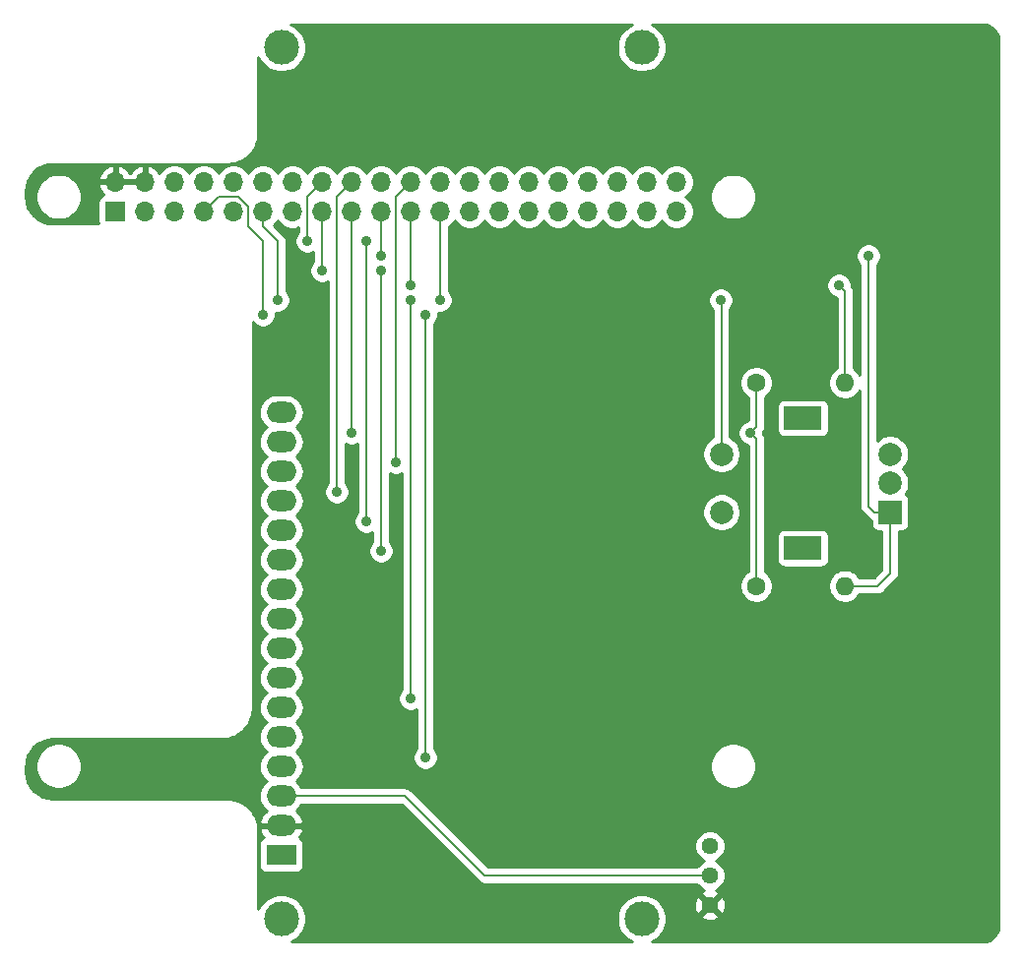
<source format=gtl>
G04 #@! TF.GenerationSoftware,KiCad,Pcbnew,(5.1.9)-1*
G04 #@! TF.CreationDate,2022-05-06T12:13:32+02:00*
G04 #@! TF.ProjectId,cluimsyMIDI AddOn,636c7569-6d73-4794-9d49-444920416464,rev?*
G04 #@! TF.SameCoordinates,Original*
G04 #@! TF.FileFunction,Copper,L1,Top*
G04 #@! TF.FilePolarity,Positive*
%FSLAX46Y46*%
G04 Gerber Fmt 4.6, Leading zero omitted, Abs format (unit mm)*
G04 Created by KiCad (PCBNEW (5.1.9)-1) date 2022-05-06 12:13:32*
%MOMM*%
%LPD*%
G01*
G04 APERTURE LIST*
G04 #@! TA.AperFunction,ComponentPad*
%ADD10R,2.000000X2.000000*%
G04 #@! TD*
G04 #@! TA.AperFunction,ComponentPad*
%ADD11C,2.000000*%
G04 #@! TD*
G04 #@! TA.AperFunction,ComponentPad*
%ADD12R,3.200000X2.000000*%
G04 #@! TD*
G04 #@! TA.AperFunction,ComponentPad*
%ADD13O,1.600000X1.600000*%
G04 #@! TD*
G04 #@! TA.AperFunction,ComponentPad*
%ADD14C,1.600000*%
G04 #@! TD*
G04 #@! TA.AperFunction,ComponentPad*
%ADD15C,1.440000*%
G04 #@! TD*
G04 #@! TA.AperFunction,ComponentPad*
%ADD16C,3.000000*%
G04 #@! TD*
G04 #@! TA.AperFunction,ComponentPad*
%ADD17O,2.600000X1.800000*%
G04 #@! TD*
G04 #@! TA.AperFunction,ComponentPad*
%ADD18R,2.600000X1.800000*%
G04 #@! TD*
G04 #@! TA.AperFunction,ComponentPad*
%ADD19R,1.700000X1.700000*%
G04 #@! TD*
G04 #@! TA.AperFunction,ComponentPad*
%ADD20O,1.700000X1.700000*%
G04 #@! TD*
G04 #@! TA.AperFunction,ViaPad*
%ADD21C,0.900000*%
G04 #@! TD*
G04 #@! TA.AperFunction,Conductor*
%ADD22C,0.200000*%
G04 #@! TD*
G04 #@! TA.AperFunction,Conductor*
%ADD23C,0.254000*%
G04 #@! TD*
G04 #@! TA.AperFunction,Conductor*
%ADD24C,0.150000*%
G04 #@! TD*
G04 APERTURE END LIST*
D10*
X66630000Y-25880000D03*
D11*
X66630000Y-23380000D03*
X66630000Y-20880000D03*
D12*
X59130000Y-28980000D03*
X59130000Y-17780000D03*
D11*
X52130000Y-25880000D03*
X52130000Y-20880000D03*
D13*
X62750000Y-32230000D03*
D14*
X55130000Y-32230000D03*
D13*
X62750000Y-14730000D03*
D14*
X55130000Y-14730000D03*
D15*
X51130000Y-54610000D03*
X51130000Y-57150000D03*
X51130000Y-59690000D03*
D16*
X14270000Y14120000D03*
X45270700Y14119480D03*
X45270700Y-60879100D03*
X14270000Y-60879100D03*
D17*
X14270000Y-17280000D03*
X14270000Y-19820000D03*
X14270000Y-22360000D03*
X14270000Y-24900000D03*
X14270000Y-27440000D03*
X14270000Y-29980000D03*
X14270000Y-32520000D03*
X14270000Y-35060000D03*
X14270000Y-37600000D03*
X14270000Y-40140000D03*
X14270000Y-42680000D03*
X14270000Y-45220000D03*
X14270000Y-47760000D03*
X14270000Y-50300000D03*
X14270000Y-52840000D03*
D18*
X14270000Y-55380000D03*
D19*
X0Y0D03*
D20*
X0Y2540000D03*
X2540000Y0D03*
X2540000Y2540000D03*
X5080000Y0D03*
X5080000Y2540000D03*
X7620000Y0D03*
X7620000Y2540000D03*
X10160000Y0D03*
X10160000Y2540000D03*
X12700000Y0D03*
X12700000Y2540000D03*
X15240000Y0D03*
X15240000Y2540000D03*
X17780000Y0D03*
X17780000Y2540000D03*
X20320000Y0D03*
X20320000Y2540000D03*
X22860000Y0D03*
X22860000Y2540000D03*
X25400000Y0D03*
X25400000Y2540000D03*
X27940000Y0D03*
X27940000Y2540000D03*
X30480000Y0D03*
X30480000Y2540000D03*
X33020000Y0D03*
X33020000Y2540000D03*
X35560000Y0D03*
X35560000Y2540000D03*
X38100000Y0D03*
X38100000Y2540000D03*
X40640000Y0D03*
X40640000Y2540000D03*
X43180000Y0D03*
X43180000Y2540000D03*
X45720000Y0D03*
X45720000Y2540000D03*
X48260000Y0D03*
X48260000Y2540000D03*
D21*
X20320000Y-19050000D03*
X54610000Y-19050000D03*
X12700000Y-8890000D03*
X26670000Y-8890000D03*
X26670000Y-46990000D03*
X25400000Y-41910000D03*
X13970000Y-7620000D03*
X25400000Y-7620000D03*
X22860000Y-29210000D03*
X17780000Y-5080000D03*
X22860000Y-5080000D03*
X21590000Y-26670000D03*
X21590000Y-2540000D03*
X16510000Y-2540000D03*
X19050000Y-24130000D03*
X24130000Y-21590000D03*
X22860000Y-3810000D03*
X64770000Y-3810000D03*
X25400000Y-6350000D03*
X62230000Y-6350000D03*
X27940000Y-7620000D03*
X52070000Y-7620000D03*
D22*
X20320000Y0D02*
X20320000Y-2540000D01*
X20320000Y-19050000D02*
X20320000Y-2540000D01*
X55130000Y-19570000D02*
X54610000Y-19050000D01*
X55130000Y-32230000D02*
X55130000Y-19570000D01*
X55130000Y-18530000D02*
X54610000Y-19050000D01*
X55130000Y-14730000D02*
X55130000Y-18530000D01*
X7620000Y0D02*
X8890000Y1270000D01*
X8890000Y1270000D02*
X10160000Y1270000D01*
X10592002Y1270000D02*
X11430000Y432002D01*
X10160000Y1270000D02*
X10592002Y1270000D01*
X11430000Y432002D02*
X11430000Y-1270000D01*
X11430000Y-1270000D02*
X12700000Y-2540000D01*
X12700000Y-2540000D02*
X12700000Y-8890000D01*
X12700000Y-8890000D02*
X12700000Y-8890000D01*
X26670000Y-8890000D02*
X26670000Y-46990000D01*
X26670000Y-46990000D02*
X26670000Y-46990000D01*
X25400000Y-41910000D02*
X25400000Y-41910000D01*
X12700000Y-1270000D02*
X12700000Y0D01*
X13970000Y-2540000D02*
X12700000Y-1270000D01*
X13970000Y-7620000D02*
X13970000Y-2540000D01*
X25400000Y-7620000D02*
X25400000Y-41910000D01*
X17780000Y-3810000D02*
X17780000Y-3810000D01*
X17780000Y0D02*
X17780000Y-5080000D01*
X22860000Y-29210000D02*
X22860000Y-5080000D01*
X22860000Y-5080000D02*
X22860000Y-5080000D01*
X17780000Y2540000D02*
X16510000Y1270000D01*
X16510000Y1270000D02*
X16510000Y-2540000D01*
X21590000Y-26670000D02*
X21590000Y-2540000D01*
X21590000Y-2540000D02*
X21590000Y-2540000D01*
X16510000Y-2540000D02*
X16510000Y-2540000D01*
X19050000Y1270000D02*
X20320000Y2540000D01*
X19050000Y-24130000D02*
X19050000Y1270000D01*
X24130000Y1270000D02*
X25400000Y2540000D01*
X24130000Y-21590000D02*
X24130000Y1270000D01*
X22860000Y0D02*
X22860000Y-3810000D01*
X22860000Y-3810000D02*
X22860000Y-3810000D01*
X64770000Y-3810000D02*
X64770000Y-25400000D01*
X66630000Y-25880000D02*
X65250000Y-25880000D01*
X65250000Y-25880000D02*
X64770000Y-25400000D01*
X65560000Y-32230000D02*
X62750000Y-32230000D01*
X66630000Y-31160000D02*
X65560000Y-32230000D01*
X66630000Y-25880000D02*
X66630000Y-31160000D01*
X25400000Y0D02*
X25400000Y-6350000D01*
X25400000Y-6350000D02*
X25400000Y-6350000D01*
X62750000Y-6870000D02*
X62230000Y-6350000D01*
X62750000Y-14730000D02*
X62750000Y-6870000D01*
X27940000Y0D02*
X27940000Y-7620000D01*
X27940000Y-7620000D02*
X27940000Y-7620000D01*
X52130000Y-7680000D02*
X52070000Y-7620000D01*
X52130000Y-20880000D02*
X52130000Y-7680000D01*
X14270000Y-50300000D02*
X24900000Y-50300000D01*
X31750000Y-57150000D02*
X24900000Y-50300000D01*
X51130000Y-57150000D02*
X31750000Y-57150000D01*
D23*
X44259398Y16011492D02*
X43909717Y15777843D01*
X43612337Y15480463D01*
X43378688Y15130782D01*
X43217747Y14742236D01*
X43135700Y14329759D01*
X43135700Y13909201D01*
X43217747Y13496724D01*
X43378688Y13108178D01*
X43612337Y12758497D01*
X43909717Y12461117D01*
X44259398Y12227468D01*
X44647944Y12066527D01*
X45060421Y11984480D01*
X45480979Y11984480D01*
X45893456Y12066527D01*
X46282002Y12227468D01*
X46631683Y12461117D01*
X46929063Y12758497D01*
X47162712Y13108178D01*
X47323653Y13496724D01*
X47405700Y13909201D01*
X47405700Y14329759D01*
X47323653Y14742236D01*
X47162712Y15130782D01*
X46929063Y15480463D01*
X46631683Y15777843D01*
X46282002Y16011492D01*
X46104538Y16085000D01*
X74596495Y16085000D01*
X74884782Y16056733D01*
X75129855Y15982741D01*
X75355890Y15862557D01*
X75554281Y15700752D01*
X75717460Y15503503D01*
X75839220Y15278313D01*
X75914924Y15033753D01*
X75945000Y14747602D01*
X75945001Y-61486484D01*
X75916733Y-61774782D01*
X75842741Y-62019855D01*
X75722554Y-62245893D01*
X75560754Y-62444279D01*
X75363503Y-62607460D01*
X75138310Y-62729221D01*
X74893753Y-62804924D01*
X74607602Y-62835000D01*
X46127763Y-62835000D01*
X46282002Y-62771112D01*
X46631683Y-62537463D01*
X46929063Y-62240083D01*
X47162712Y-61890402D01*
X47323653Y-61501856D01*
X47405700Y-61089379D01*
X47405700Y-60668821D01*
X47397095Y-60625560D01*
X50374045Y-60625560D01*
X50435932Y-60861368D01*
X50677790Y-60974266D01*
X50937027Y-61037811D01*
X51203680Y-61049561D01*
X51467501Y-61009063D01*
X51718353Y-60917875D01*
X51824068Y-60861368D01*
X51885955Y-60625560D01*
X51130000Y-59869605D01*
X50374045Y-60625560D01*
X47397095Y-60625560D01*
X47323653Y-60256344D01*
X47162712Y-59867798D01*
X47093143Y-59763680D01*
X49770439Y-59763680D01*
X49810937Y-60027501D01*
X49902125Y-60278353D01*
X49958632Y-60384068D01*
X50194440Y-60445955D01*
X50950395Y-59690000D01*
X51309605Y-59690000D01*
X52065560Y-60445955D01*
X52301368Y-60384068D01*
X52414266Y-60142210D01*
X52477811Y-59882973D01*
X52489561Y-59616320D01*
X52449063Y-59352499D01*
X52357875Y-59101647D01*
X52301368Y-58995932D01*
X52065560Y-58934045D01*
X51309605Y-59690000D01*
X50950395Y-59690000D01*
X50194440Y-58934045D01*
X49958632Y-58995932D01*
X49845734Y-59237790D01*
X49782189Y-59497027D01*
X49770439Y-59763680D01*
X47093143Y-59763680D01*
X46929063Y-59518117D01*
X46631683Y-59220737D01*
X46282002Y-58987088D01*
X45893456Y-58826147D01*
X45480979Y-58744100D01*
X45060421Y-58744100D01*
X44647944Y-58826147D01*
X44259398Y-58987088D01*
X43909717Y-59220737D01*
X43612337Y-59518117D01*
X43378688Y-59867798D01*
X43217747Y-60256344D01*
X43135700Y-60668821D01*
X43135700Y-61089379D01*
X43217747Y-61501856D01*
X43378688Y-61890402D01*
X43612337Y-62240083D01*
X43909717Y-62537463D01*
X44259398Y-62771112D01*
X44413637Y-62835000D01*
X15127063Y-62835000D01*
X15281302Y-62771112D01*
X15630983Y-62537463D01*
X15928363Y-62240083D01*
X16162012Y-61890402D01*
X16322953Y-61501856D01*
X16405000Y-61089379D01*
X16405000Y-60668821D01*
X16322953Y-60256344D01*
X16162012Y-59867798D01*
X15928363Y-59518117D01*
X15630983Y-59220737D01*
X15281302Y-58987088D01*
X14892756Y-58826147D01*
X14480279Y-58744100D01*
X14059721Y-58744100D01*
X13647244Y-58826147D01*
X13258698Y-58987088D01*
X12909017Y-59220737D01*
X12611637Y-59518117D01*
X12377988Y-59867798D01*
X12315000Y-60019865D01*
X12315000Y-54480000D01*
X12331928Y-54480000D01*
X12331928Y-56280000D01*
X12344188Y-56404482D01*
X12380498Y-56524180D01*
X12439463Y-56634494D01*
X12518815Y-56731185D01*
X12615506Y-56810537D01*
X12725820Y-56869502D01*
X12845518Y-56905812D01*
X12970000Y-56918072D01*
X15570000Y-56918072D01*
X15694482Y-56905812D01*
X15814180Y-56869502D01*
X15924494Y-56810537D01*
X16021185Y-56731185D01*
X16100537Y-56634494D01*
X16159502Y-56524180D01*
X16195812Y-56404482D01*
X16208072Y-56280000D01*
X16208072Y-54480000D01*
X16195812Y-54355518D01*
X16159502Y-54235820D01*
X16100537Y-54125506D01*
X16021185Y-54028815D01*
X15924494Y-53949463D01*
X15814180Y-53890498D01*
X15794679Y-53884582D01*
X15845210Y-53835606D01*
X16016862Y-53587204D01*
X16136755Y-53310087D01*
X16161036Y-53204740D01*
X16040378Y-52967000D01*
X14397000Y-52967000D01*
X14397000Y-52987000D01*
X14143000Y-52987000D01*
X14143000Y-52967000D01*
X12499622Y-52967000D01*
X12378964Y-53204740D01*
X12403245Y-53310087D01*
X12523138Y-53587204D01*
X12694790Y-53835606D01*
X12745321Y-53884582D01*
X12725820Y-53890498D01*
X12615506Y-53949463D01*
X12518815Y-54028815D01*
X12439463Y-54125506D01*
X12380498Y-54235820D01*
X12344188Y-54355518D01*
X12331928Y-54480000D01*
X12315000Y-54480000D01*
X12315000Y-53196353D01*
X12312045Y-53166355D01*
X12312132Y-53153953D01*
X12311198Y-53144434D01*
X12270397Y-52756242D01*
X12257920Y-52695461D01*
X12246280Y-52634440D01*
X12243516Y-52625284D01*
X12128092Y-52252409D01*
X12104028Y-52195163D01*
X12080776Y-52137612D01*
X12076286Y-52129167D01*
X11890635Y-51785812D01*
X11855919Y-51734344D01*
X11821920Y-51682389D01*
X11815876Y-51674978D01*
X11567069Y-51374223D01*
X11522996Y-51330457D01*
X11479577Y-51286119D01*
X11472208Y-51280022D01*
X11169723Y-51033321D01*
X11118005Y-50998960D01*
X11066784Y-50963888D01*
X11058371Y-50959339D01*
X10713730Y-50776089D01*
X10656300Y-50752418D01*
X10599263Y-50727972D01*
X10590131Y-50725145D01*
X10590125Y-50725143D01*
X10216455Y-50612326D01*
X10155545Y-50600265D01*
X10094826Y-50587359D01*
X10085314Y-50586359D01*
X9696845Y-50548269D01*
X9696837Y-50548269D01*
X9663647Y-50545000D01*
X-5336496Y-50545000D01*
X-5819016Y-50497688D01*
X-6250927Y-50367287D01*
X-6649280Y-50155480D01*
X-6998914Y-49870325D01*
X-7286497Y-49522697D01*
X-7501085Y-49125825D01*
X-7634500Y-48694834D01*
X-7685000Y-48214346D01*
X-7685000Y-47763505D01*
X-7662546Y-47534495D01*
X-6855000Y-47534495D01*
X-6855000Y-47925505D01*
X-6778718Y-48309003D01*
X-6629085Y-48670250D01*
X-6411851Y-48995364D01*
X-6135364Y-49271851D01*
X-5810250Y-49489085D01*
X-5449003Y-49638718D01*
X-5065505Y-49715000D01*
X-4674495Y-49715000D01*
X-4290997Y-49638718D01*
X-3929750Y-49489085D01*
X-3604636Y-49271851D01*
X-3328149Y-48995364D01*
X-3110915Y-48670250D01*
X-2961282Y-48309003D01*
X-2885000Y-47925505D01*
X-2885000Y-47534495D01*
X-2961282Y-47150997D01*
X-3110915Y-46789750D01*
X-3328149Y-46464636D01*
X-3604636Y-46188149D01*
X-3929750Y-45970915D01*
X-4290997Y-45821282D01*
X-4674495Y-45745000D01*
X-5065505Y-45745000D01*
X-5449003Y-45821282D01*
X-5810250Y-45970915D01*
X-6135364Y-46188149D01*
X-6411851Y-46464636D01*
X-6629085Y-46789750D01*
X-6778718Y-47150997D01*
X-6855000Y-47534495D01*
X-7662546Y-47534495D01*
X-7637688Y-47280984D01*
X-7507286Y-46849070D01*
X-7295476Y-46450715D01*
X-7010325Y-46101086D01*
X-6662697Y-45813503D01*
X-6265823Y-45598914D01*
X-5834839Y-45465502D01*
X-5354346Y-45415000D01*
X9163647Y-45415000D01*
X9193645Y-45412045D01*
X9206047Y-45412132D01*
X9215565Y-45411198D01*
X9603758Y-45370397D01*
X9664539Y-45357920D01*
X9725560Y-45346280D01*
X9734716Y-45343516D01*
X10107591Y-45228092D01*
X10164870Y-45204014D01*
X10222388Y-45180775D01*
X10230833Y-45176286D01*
X10574188Y-44990634D01*
X10625635Y-44955932D01*
X10677610Y-44921921D01*
X10685022Y-44915876D01*
X10985777Y-44667069D01*
X11029524Y-44623016D01*
X11073881Y-44579578D01*
X11079978Y-44572208D01*
X11326679Y-44269724D01*
X11361047Y-44217995D01*
X11396111Y-44166785D01*
X11400661Y-44158372D01*
X11583910Y-43813730D01*
X11607555Y-43756364D01*
X11632028Y-43699264D01*
X11634856Y-43690127D01*
X11747674Y-43316456D01*
X11759737Y-43255531D01*
X11772641Y-43194826D01*
X11773641Y-43185314D01*
X11811731Y-42796845D01*
X11811731Y-42796837D01*
X11815000Y-42763647D01*
X11815000Y-17280000D01*
X12327573Y-17280000D01*
X12357210Y-17580913D01*
X12444983Y-17870261D01*
X12587519Y-18136927D01*
X12779339Y-18370661D01*
X12997865Y-18550000D01*
X12779339Y-18729339D01*
X12587519Y-18963073D01*
X12444983Y-19229739D01*
X12357210Y-19519087D01*
X12327573Y-19820000D01*
X12357210Y-20120913D01*
X12444983Y-20410261D01*
X12587519Y-20676927D01*
X12779339Y-20910661D01*
X12997865Y-21090000D01*
X12779339Y-21269339D01*
X12587519Y-21503073D01*
X12444983Y-21769739D01*
X12357210Y-22059087D01*
X12327573Y-22360000D01*
X12357210Y-22660913D01*
X12444983Y-22950261D01*
X12587519Y-23216927D01*
X12779339Y-23450661D01*
X12997865Y-23630000D01*
X12779339Y-23809339D01*
X12587519Y-24043073D01*
X12444983Y-24309739D01*
X12357210Y-24599087D01*
X12327573Y-24900000D01*
X12357210Y-25200913D01*
X12444983Y-25490261D01*
X12587519Y-25756927D01*
X12779339Y-25990661D01*
X12997865Y-26170000D01*
X12779339Y-26349339D01*
X12587519Y-26583073D01*
X12444983Y-26849739D01*
X12357210Y-27139087D01*
X12327573Y-27440000D01*
X12357210Y-27740913D01*
X12444983Y-28030261D01*
X12587519Y-28296927D01*
X12779339Y-28530661D01*
X12997865Y-28710000D01*
X12779339Y-28889339D01*
X12587519Y-29123073D01*
X12444983Y-29389739D01*
X12357210Y-29679087D01*
X12327573Y-29980000D01*
X12357210Y-30280913D01*
X12444983Y-30570261D01*
X12587519Y-30836927D01*
X12779339Y-31070661D01*
X12997865Y-31250000D01*
X12779339Y-31429339D01*
X12587519Y-31663073D01*
X12444983Y-31929739D01*
X12357210Y-32219087D01*
X12327573Y-32520000D01*
X12357210Y-32820913D01*
X12444983Y-33110261D01*
X12587519Y-33376927D01*
X12779339Y-33610661D01*
X12997865Y-33790000D01*
X12779339Y-33969339D01*
X12587519Y-34203073D01*
X12444983Y-34469739D01*
X12357210Y-34759087D01*
X12327573Y-35060000D01*
X12357210Y-35360913D01*
X12444983Y-35650261D01*
X12587519Y-35916927D01*
X12779339Y-36150661D01*
X12997865Y-36330000D01*
X12779339Y-36509339D01*
X12587519Y-36743073D01*
X12444983Y-37009739D01*
X12357210Y-37299087D01*
X12327573Y-37600000D01*
X12357210Y-37900913D01*
X12444983Y-38190261D01*
X12587519Y-38456927D01*
X12779339Y-38690661D01*
X12997865Y-38870000D01*
X12779339Y-39049339D01*
X12587519Y-39283073D01*
X12444983Y-39549739D01*
X12357210Y-39839087D01*
X12327573Y-40140000D01*
X12357210Y-40440913D01*
X12444983Y-40730261D01*
X12587519Y-40996927D01*
X12779339Y-41230661D01*
X12997865Y-41410000D01*
X12779339Y-41589339D01*
X12587519Y-41823073D01*
X12444983Y-42089739D01*
X12357210Y-42379087D01*
X12327573Y-42680000D01*
X12357210Y-42980913D01*
X12444983Y-43270261D01*
X12587519Y-43536927D01*
X12779339Y-43770661D01*
X12997865Y-43950000D01*
X12779339Y-44129339D01*
X12587519Y-44363073D01*
X12444983Y-44629739D01*
X12357210Y-44919087D01*
X12327573Y-45220000D01*
X12357210Y-45520913D01*
X12444983Y-45810261D01*
X12587519Y-46076927D01*
X12779339Y-46310661D01*
X12997865Y-46490000D01*
X12779339Y-46669339D01*
X12587519Y-46903073D01*
X12444983Y-47169739D01*
X12357210Y-47459087D01*
X12327573Y-47760000D01*
X12357210Y-48060913D01*
X12444983Y-48350261D01*
X12587519Y-48616927D01*
X12779339Y-48850661D01*
X12997865Y-49030000D01*
X12779339Y-49209339D01*
X12587519Y-49443073D01*
X12444983Y-49709739D01*
X12357210Y-49999087D01*
X12327573Y-50300000D01*
X12357210Y-50600913D01*
X12444983Y-50890261D01*
X12587519Y-51156927D01*
X12779339Y-51390661D01*
X13003691Y-51574781D01*
X12911604Y-51634252D01*
X12694790Y-51844394D01*
X12523138Y-52092796D01*
X12403245Y-52369913D01*
X12378964Y-52475260D01*
X12499622Y-52713000D01*
X14143000Y-52713000D01*
X14143000Y-52693000D01*
X14397000Y-52693000D01*
X14397000Y-52713000D01*
X16040378Y-52713000D01*
X16161036Y-52475260D01*
X16136755Y-52369913D01*
X16016862Y-52092796D01*
X15845210Y-51844394D01*
X15628396Y-51634252D01*
X15536309Y-51574781D01*
X15760661Y-51390661D01*
X15952481Y-51156927D01*
X16017652Y-51035000D01*
X24595554Y-51035000D01*
X31204746Y-57644193D01*
X31227762Y-57672238D01*
X31339680Y-57764087D01*
X31467367Y-57832337D01*
X31605915Y-57874365D01*
X31750000Y-57888556D01*
X31786105Y-57885000D01*
X49991467Y-57885000D01*
X50077503Y-58013762D01*
X50266238Y-58202497D01*
X50488167Y-58350785D01*
X50656324Y-58420438D01*
X50541647Y-58462125D01*
X50435932Y-58518632D01*
X50374045Y-58754440D01*
X51130000Y-59510395D01*
X51885955Y-58754440D01*
X51824068Y-58518632D01*
X51608993Y-58418236D01*
X51771833Y-58350785D01*
X51993762Y-58202497D01*
X52182497Y-58013762D01*
X52330785Y-57791833D01*
X52432928Y-57545239D01*
X52485000Y-57283456D01*
X52485000Y-57016544D01*
X52432928Y-56754761D01*
X52330785Y-56508167D01*
X52182497Y-56286238D01*
X51993762Y-56097503D01*
X51771833Y-55949215D01*
X51604734Y-55880000D01*
X51771833Y-55810785D01*
X51993762Y-55662497D01*
X52182497Y-55473762D01*
X52330785Y-55251833D01*
X52432928Y-55005239D01*
X52485000Y-54743456D01*
X52485000Y-54476544D01*
X52432928Y-54214761D01*
X52330785Y-53968167D01*
X52182497Y-53746238D01*
X51993762Y-53557503D01*
X51771833Y-53409215D01*
X51525239Y-53307072D01*
X51263456Y-53255000D01*
X50996544Y-53255000D01*
X50734761Y-53307072D01*
X50488167Y-53409215D01*
X50266238Y-53557503D01*
X50077503Y-53746238D01*
X49929215Y-53968167D01*
X49827072Y-54214761D01*
X49775000Y-54476544D01*
X49775000Y-54743456D01*
X49827072Y-55005239D01*
X49929215Y-55251833D01*
X50077503Y-55473762D01*
X50266238Y-55662497D01*
X50488167Y-55810785D01*
X50655266Y-55880000D01*
X50488167Y-55949215D01*
X50266238Y-56097503D01*
X50077503Y-56286238D01*
X49991467Y-56415000D01*
X32054447Y-56415000D01*
X25445259Y-49805813D01*
X25422238Y-49777762D01*
X25310320Y-49685913D01*
X25182633Y-49617663D01*
X25044085Y-49575635D01*
X24936105Y-49565000D01*
X24900000Y-49561444D01*
X24863895Y-49565000D01*
X16017652Y-49565000D01*
X15952481Y-49443073D01*
X15760661Y-49209339D01*
X15542135Y-49030000D01*
X15760661Y-48850661D01*
X15952481Y-48616927D01*
X16095017Y-48350261D01*
X16182790Y-48060913D01*
X16212427Y-47760000D01*
X16182790Y-47459087D01*
X16095017Y-47169739D01*
X15952481Y-46903073D01*
X15760661Y-46669339D01*
X15542135Y-46490000D01*
X15760661Y-46310661D01*
X15952481Y-46076927D01*
X16095017Y-45810261D01*
X16182790Y-45520913D01*
X16212427Y-45220000D01*
X16182790Y-44919087D01*
X16095017Y-44629739D01*
X15952481Y-44363073D01*
X15760661Y-44129339D01*
X15542135Y-43950000D01*
X15760661Y-43770661D01*
X15952481Y-43536927D01*
X16095017Y-43270261D01*
X16182790Y-42980913D01*
X16212427Y-42680000D01*
X16182790Y-42379087D01*
X16095017Y-42089739D01*
X15952481Y-41823073D01*
X15760661Y-41589339D01*
X15542135Y-41410000D01*
X15760661Y-41230661D01*
X15952481Y-40996927D01*
X16095017Y-40730261D01*
X16182790Y-40440913D01*
X16212427Y-40140000D01*
X16182790Y-39839087D01*
X16095017Y-39549739D01*
X15952481Y-39283073D01*
X15760661Y-39049339D01*
X15542135Y-38870000D01*
X15760661Y-38690661D01*
X15952481Y-38456927D01*
X16095017Y-38190261D01*
X16182790Y-37900913D01*
X16212427Y-37600000D01*
X16182790Y-37299087D01*
X16095017Y-37009739D01*
X15952481Y-36743073D01*
X15760661Y-36509339D01*
X15542135Y-36330000D01*
X15760661Y-36150661D01*
X15952481Y-35916927D01*
X16095017Y-35650261D01*
X16182790Y-35360913D01*
X16212427Y-35060000D01*
X16182790Y-34759087D01*
X16095017Y-34469739D01*
X15952481Y-34203073D01*
X15760661Y-33969339D01*
X15542135Y-33790000D01*
X15760661Y-33610661D01*
X15952481Y-33376927D01*
X16095017Y-33110261D01*
X16182790Y-32820913D01*
X16212427Y-32520000D01*
X16182790Y-32219087D01*
X16095017Y-31929739D01*
X15952481Y-31663073D01*
X15760661Y-31429339D01*
X15542135Y-31250000D01*
X15760661Y-31070661D01*
X15952481Y-30836927D01*
X16095017Y-30570261D01*
X16182790Y-30280913D01*
X16212427Y-29980000D01*
X16182790Y-29679087D01*
X16095017Y-29389739D01*
X15952481Y-29123073D01*
X15760661Y-28889339D01*
X15542135Y-28710000D01*
X15760661Y-28530661D01*
X15952481Y-28296927D01*
X16095017Y-28030261D01*
X16182790Y-27740913D01*
X16212427Y-27440000D01*
X16182790Y-27139087D01*
X16095017Y-26849739D01*
X15952481Y-26583073D01*
X15760661Y-26349339D01*
X15542135Y-26170000D01*
X15760661Y-25990661D01*
X15952481Y-25756927D01*
X16095017Y-25490261D01*
X16182790Y-25200913D01*
X16212427Y-24900000D01*
X16182790Y-24599087D01*
X16095017Y-24309739D01*
X15952481Y-24043073D01*
X15760661Y-23809339D01*
X15542135Y-23630000D01*
X15760661Y-23450661D01*
X15952481Y-23216927D01*
X16095017Y-22950261D01*
X16182790Y-22660913D01*
X16212427Y-22360000D01*
X16182790Y-22059087D01*
X16095017Y-21769739D01*
X15952481Y-21503073D01*
X15760661Y-21269339D01*
X15542135Y-21090000D01*
X15760661Y-20910661D01*
X15952481Y-20676927D01*
X16095017Y-20410261D01*
X16182790Y-20120913D01*
X16212427Y-19820000D01*
X16182790Y-19519087D01*
X16095017Y-19229739D01*
X15952481Y-18963073D01*
X15760661Y-18729339D01*
X15542135Y-18550000D01*
X15760661Y-18370661D01*
X15952481Y-18136927D01*
X16095017Y-17870261D01*
X16182790Y-17580913D01*
X16212427Y-17280000D01*
X16182790Y-16979087D01*
X16095017Y-16689739D01*
X15952481Y-16423073D01*
X15760661Y-16189339D01*
X15526927Y-15997519D01*
X15260261Y-15854983D01*
X14970913Y-15767210D01*
X14745408Y-15745000D01*
X13794592Y-15745000D01*
X13569087Y-15767210D01*
X13279739Y-15854983D01*
X13013073Y-15997519D01*
X12779339Y-16189339D01*
X12587519Y-16423073D01*
X12444983Y-16689739D01*
X12357210Y-16979087D01*
X12327573Y-17280000D01*
X11815000Y-17280000D01*
X11815000Y-9518453D01*
X11857225Y-9581647D01*
X12008353Y-9732775D01*
X12186060Y-9851515D01*
X12383517Y-9933304D01*
X12593137Y-9975000D01*
X12806863Y-9975000D01*
X13016483Y-9933304D01*
X13213940Y-9851515D01*
X13391647Y-9732775D01*
X13542775Y-9581647D01*
X13661515Y-9403940D01*
X13743304Y-9206483D01*
X13785000Y-8996863D01*
X13785000Y-8783137D01*
X13765598Y-8685598D01*
X13863137Y-8705000D01*
X14076863Y-8705000D01*
X14286483Y-8663304D01*
X14483940Y-8581515D01*
X14661647Y-8462775D01*
X14812775Y-8311647D01*
X14931515Y-8133940D01*
X15013304Y-7936483D01*
X15055000Y-7726863D01*
X15055000Y-7513137D01*
X15013304Y-7303517D01*
X14931515Y-7106060D01*
X14812775Y-6928353D01*
X14705000Y-6820578D01*
X14705000Y-2576094D01*
X14708555Y-2539999D01*
X14705000Y-2503904D01*
X14705000Y-2503895D01*
X14694365Y-2395915D01*
X14652337Y-2257367D01*
X14584087Y-2129680D01*
X14492238Y-2017762D01*
X14464193Y-1994746D01*
X13632418Y-1162972D01*
X13646632Y-1153475D01*
X13853475Y-946632D01*
X13970000Y-772240D01*
X14086525Y-946632D01*
X14293368Y-1153475D01*
X14536589Y-1315990D01*
X14806842Y-1427932D01*
X15093740Y-1485000D01*
X15386260Y-1485000D01*
X15673158Y-1427932D01*
X15775001Y-1385748D01*
X15775001Y-1740577D01*
X15667225Y-1848353D01*
X15548485Y-2026060D01*
X15466696Y-2223517D01*
X15425000Y-2433137D01*
X15425000Y-2646863D01*
X15466696Y-2856483D01*
X15548485Y-3053940D01*
X15667225Y-3231647D01*
X15818353Y-3382775D01*
X15996060Y-3501515D01*
X16193517Y-3583304D01*
X16403137Y-3625000D01*
X16616863Y-3625000D01*
X16826483Y-3583304D01*
X17023940Y-3501515D01*
X17045001Y-3487443D01*
X17045001Y-3773887D01*
X17041444Y-3810000D01*
X17045001Y-3846113D01*
X17045001Y-4280577D01*
X16937225Y-4388353D01*
X16818485Y-4566060D01*
X16736696Y-4763517D01*
X16695000Y-4973137D01*
X16695000Y-5186863D01*
X16736696Y-5396483D01*
X16818485Y-5593940D01*
X16937225Y-5771647D01*
X17088353Y-5922775D01*
X17266060Y-6041515D01*
X17463517Y-6123304D01*
X17673137Y-6165000D01*
X17886863Y-6165000D01*
X18096483Y-6123304D01*
X18293940Y-6041515D01*
X18315001Y-6027443D01*
X18315000Y-23330578D01*
X18207225Y-23438353D01*
X18088485Y-23616060D01*
X18006696Y-23813517D01*
X17965000Y-24023137D01*
X17965000Y-24236863D01*
X18006696Y-24446483D01*
X18088485Y-24643940D01*
X18207225Y-24821647D01*
X18358353Y-24972775D01*
X18536060Y-25091515D01*
X18733517Y-25173304D01*
X18943137Y-25215000D01*
X19156863Y-25215000D01*
X19366483Y-25173304D01*
X19563940Y-25091515D01*
X19741647Y-24972775D01*
X19892775Y-24821647D01*
X20011515Y-24643940D01*
X20093304Y-24446483D01*
X20135000Y-24236863D01*
X20135000Y-24023137D01*
X20093304Y-23813517D01*
X20011515Y-23616060D01*
X19892775Y-23438353D01*
X19785000Y-23330578D01*
X19785000Y-19997443D01*
X19806060Y-20011515D01*
X20003517Y-20093304D01*
X20213137Y-20135000D01*
X20426863Y-20135000D01*
X20636483Y-20093304D01*
X20833940Y-20011515D01*
X20855000Y-19997443D01*
X20855000Y-25870578D01*
X20747225Y-25978353D01*
X20628485Y-26156060D01*
X20546696Y-26353517D01*
X20505000Y-26563137D01*
X20505000Y-26776863D01*
X20546696Y-26986483D01*
X20628485Y-27183940D01*
X20747225Y-27361647D01*
X20898353Y-27512775D01*
X21076060Y-27631515D01*
X21273517Y-27713304D01*
X21483137Y-27755000D01*
X21696863Y-27755000D01*
X21906483Y-27713304D01*
X22103940Y-27631515D01*
X22125000Y-27617443D01*
X22125000Y-28410578D01*
X22017225Y-28518353D01*
X21898485Y-28696060D01*
X21816696Y-28893517D01*
X21775000Y-29103137D01*
X21775000Y-29316863D01*
X21816696Y-29526483D01*
X21898485Y-29723940D01*
X22017225Y-29901647D01*
X22168353Y-30052775D01*
X22346060Y-30171515D01*
X22543517Y-30253304D01*
X22753137Y-30295000D01*
X22966863Y-30295000D01*
X23176483Y-30253304D01*
X23373940Y-30171515D01*
X23551647Y-30052775D01*
X23702775Y-29901647D01*
X23821515Y-29723940D01*
X23903304Y-29526483D01*
X23945000Y-29316863D01*
X23945000Y-29103137D01*
X23903304Y-28893517D01*
X23821515Y-28696060D01*
X23702775Y-28518353D01*
X23595000Y-28410578D01*
X23595000Y-22537443D01*
X23616060Y-22551515D01*
X23813517Y-22633304D01*
X24023137Y-22675000D01*
X24236863Y-22675000D01*
X24446483Y-22633304D01*
X24643940Y-22551515D01*
X24665000Y-22537443D01*
X24665001Y-41110577D01*
X24557225Y-41218353D01*
X24438485Y-41396060D01*
X24356696Y-41593517D01*
X24315000Y-41803137D01*
X24315000Y-42016863D01*
X24356696Y-42226483D01*
X24438485Y-42423940D01*
X24557225Y-42601647D01*
X24708353Y-42752775D01*
X24886060Y-42871515D01*
X25083517Y-42953304D01*
X25293137Y-42995000D01*
X25506863Y-42995000D01*
X25716483Y-42953304D01*
X25913940Y-42871515D01*
X25935001Y-42857443D01*
X25935001Y-46190577D01*
X25827225Y-46298353D01*
X25708485Y-46476060D01*
X25626696Y-46673517D01*
X25585000Y-46883137D01*
X25585000Y-47096863D01*
X25626696Y-47306483D01*
X25708485Y-47503940D01*
X25827225Y-47681647D01*
X25978353Y-47832775D01*
X26156060Y-47951515D01*
X26353517Y-48033304D01*
X26563137Y-48075000D01*
X26776863Y-48075000D01*
X26986483Y-48033304D01*
X27183940Y-47951515D01*
X27361647Y-47832775D01*
X27512775Y-47681647D01*
X27611098Y-47534495D01*
X51145000Y-47534495D01*
X51145000Y-47925505D01*
X51221282Y-48309003D01*
X51370915Y-48670250D01*
X51588149Y-48995364D01*
X51864636Y-49271851D01*
X52189750Y-49489085D01*
X52550997Y-49638718D01*
X52934495Y-49715000D01*
X53325505Y-49715000D01*
X53709003Y-49638718D01*
X54070250Y-49489085D01*
X54395364Y-49271851D01*
X54671851Y-48995364D01*
X54889085Y-48670250D01*
X55038718Y-48309003D01*
X55115000Y-47925505D01*
X55115000Y-47534495D01*
X55038718Y-47150997D01*
X54889085Y-46789750D01*
X54671851Y-46464636D01*
X54395364Y-46188149D01*
X54070250Y-45970915D01*
X53709003Y-45821282D01*
X53325505Y-45745000D01*
X52934495Y-45745000D01*
X52550997Y-45821282D01*
X52189750Y-45970915D01*
X51864636Y-46188149D01*
X51588149Y-46464636D01*
X51370915Y-46789750D01*
X51221282Y-47150997D01*
X51145000Y-47534495D01*
X27611098Y-47534495D01*
X27631515Y-47503940D01*
X27713304Y-47306483D01*
X27755000Y-47096863D01*
X27755000Y-46883137D01*
X27713304Y-46673517D01*
X27631515Y-46476060D01*
X27512775Y-46298353D01*
X27405000Y-46190578D01*
X27405000Y-25718967D01*
X50495000Y-25718967D01*
X50495000Y-26041033D01*
X50557832Y-26356912D01*
X50681082Y-26654463D01*
X50860013Y-26922252D01*
X51087748Y-27149987D01*
X51355537Y-27328918D01*
X51653088Y-27452168D01*
X51968967Y-27515000D01*
X52291033Y-27515000D01*
X52606912Y-27452168D01*
X52904463Y-27328918D01*
X53172252Y-27149987D01*
X53399987Y-26922252D01*
X53578918Y-26654463D01*
X53702168Y-26356912D01*
X53765000Y-26041033D01*
X53765000Y-25718967D01*
X53702168Y-25403088D01*
X53578918Y-25105537D01*
X53399987Y-24837748D01*
X53172252Y-24610013D01*
X52904463Y-24431082D01*
X52606912Y-24307832D01*
X52291033Y-24245000D01*
X51968967Y-24245000D01*
X51653088Y-24307832D01*
X51355537Y-24431082D01*
X51087748Y-24610013D01*
X50860013Y-24837748D01*
X50681082Y-25105537D01*
X50557832Y-25403088D01*
X50495000Y-25718967D01*
X27405000Y-25718967D01*
X27405000Y-20718967D01*
X50495000Y-20718967D01*
X50495000Y-21041033D01*
X50557832Y-21356912D01*
X50681082Y-21654463D01*
X50860013Y-21922252D01*
X51087748Y-22149987D01*
X51355537Y-22328918D01*
X51653088Y-22452168D01*
X51968967Y-22515000D01*
X52291033Y-22515000D01*
X52606912Y-22452168D01*
X52904463Y-22328918D01*
X53172252Y-22149987D01*
X53399987Y-21922252D01*
X53578918Y-21654463D01*
X53702168Y-21356912D01*
X53765000Y-21041033D01*
X53765000Y-20718967D01*
X53702168Y-20403088D01*
X53578918Y-20105537D01*
X53399987Y-19837748D01*
X53172252Y-19610013D01*
X52904463Y-19431082D01*
X52865000Y-19414736D01*
X52865000Y-18943137D01*
X53525000Y-18943137D01*
X53525000Y-19156863D01*
X53566696Y-19366483D01*
X53648485Y-19563940D01*
X53767225Y-19741647D01*
X53918353Y-19892775D01*
X54096060Y-20011515D01*
X54293517Y-20093304D01*
X54395001Y-20113490D01*
X54395000Y-30995252D01*
X54215241Y-31115363D01*
X54015363Y-31315241D01*
X53858320Y-31550273D01*
X53750147Y-31811426D01*
X53695000Y-32088665D01*
X53695000Y-32371335D01*
X53750147Y-32648574D01*
X53858320Y-32909727D01*
X54015363Y-33144759D01*
X54215241Y-33344637D01*
X54450273Y-33501680D01*
X54711426Y-33609853D01*
X54988665Y-33665000D01*
X55271335Y-33665000D01*
X55548574Y-33609853D01*
X55809727Y-33501680D01*
X56044759Y-33344637D01*
X56244637Y-33144759D01*
X56401680Y-32909727D01*
X56509853Y-32648574D01*
X56565000Y-32371335D01*
X56565000Y-32088665D01*
X56509853Y-31811426D01*
X56401680Y-31550273D01*
X56244637Y-31315241D01*
X56044759Y-31115363D01*
X55865000Y-30995252D01*
X55865000Y-27980000D01*
X56891928Y-27980000D01*
X56891928Y-29980000D01*
X56904188Y-30104482D01*
X56940498Y-30224180D01*
X56999463Y-30334494D01*
X57078815Y-30431185D01*
X57175506Y-30510537D01*
X57285820Y-30569502D01*
X57405518Y-30605812D01*
X57530000Y-30618072D01*
X60730000Y-30618072D01*
X60854482Y-30605812D01*
X60974180Y-30569502D01*
X61084494Y-30510537D01*
X61181185Y-30431185D01*
X61260537Y-30334494D01*
X61319502Y-30224180D01*
X61355812Y-30104482D01*
X61368072Y-29980000D01*
X61368072Y-27980000D01*
X61355812Y-27855518D01*
X61319502Y-27735820D01*
X61260537Y-27625506D01*
X61181185Y-27528815D01*
X61084494Y-27449463D01*
X60974180Y-27390498D01*
X60854482Y-27354188D01*
X60730000Y-27341928D01*
X57530000Y-27341928D01*
X57405518Y-27354188D01*
X57285820Y-27390498D01*
X57175506Y-27449463D01*
X57078815Y-27528815D01*
X56999463Y-27625506D01*
X56940498Y-27735820D01*
X56904188Y-27855518D01*
X56891928Y-27980000D01*
X55865000Y-27980000D01*
X55865000Y-19606104D01*
X55868556Y-19569999D01*
X55854365Y-19425914D01*
X55837252Y-19369502D01*
X55812337Y-19287367D01*
X55744087Y-19159680D01*
X55695000Y-19099867D01*
X55695000Y-19000133D01*
X55744087Y-18940320D01*
X55812337Y-18812633D01*
X55854365Y-18674085D01*
X55868556Y-18530001D01*
X55865000Y-18493896D01*
X55865000Y-16780000D01*
X56891928Y-16780000D01*
X56891928Y-18780000D01*
X56904188Y-18904482D01*
X56940498Y-19024180D01*
X56999463Y-19134494D01*
X57078815Y-19231185D01*
X57175506Y-19310537D01*
X57285820Y-19369502D01*
X57405518Y-19405812D01*
X57530000Y-19418072D01*
X60730000Y-19418072D01*
X60854482Y-19405812D01*
X60974180Y-19369502D01*
X61084494Y-19310537D01*
X61181185Y-19231185D01*
X61260537Y-19134494D01*
X61319502Y-19024180D01*
X61355812Y-18904482D01*
X61368072Y-18780000D01*
X61368072Y-16780000D01*
X61355812Y-16655518D01*
X61319502Y-16535820D01*
X61260537Y-16425506D01*
X61181185Y-16328815D01*
X61084494Y-16249463D01*
X60974180Y-16190498D01*
X60854482Y-16154188D01*
X60730000Y-16141928D01*
X57530000Y-16141928D01*
X57405518Y-16154188D01*
X57285820Y-16190498D01*
X57175506Y-16249463D01*
X57078815Y-16328815D01*
X56999463Y-16425506D01*
X56940498Y-16535820D01*
X56904188Y-16655518D01*
X56891928Y-16780000D01*
X55865000Y-16780000D01*
X55865000Y-15964748D01*
X56044759Y-15844637D01*
X56244637Y-15644759D01*
X56401680Y-15409727D01*
X56509853Y-15148574D01*
X56565000Y-14871335D01*
X56565000Y-14588665D01*
X56509853Y-14311426D01*
X56401680Y-14050273D01*
X56244637Y-13815241D01*
X56044759Y-13615363D01*
X55809727Y-13458320D01*
X55548574Y-13350147D01*
X55271335Y-13295000D01*
X54988665Y-13295000D01*
X54711426Y-13350147D01*
X54450273Y-13458320D01*
X54215241Y-13615363D01*
X54015363Y-13815241D01*
X53858320Y-14050273D01*
X53750147Y-14311426D01*
X53695000Y-14588665D01*
X53695000Y-14871335D01*
X53750147Y-15148574D01*
X53858320Y-15409727D01*
X54015363Y-15644759D01*
X54215241Y-15844637D01*
X54395000Y-15964748D01*
X54395001Y-17986510D01*
X54293517Y-18006696D01*
X54096060Y-18088485D01*
X53918353Y-18207225D01*
X53767225Y-18358353D01*
X53648485Y-18536060D01*
X53566696Y-18733517D01*
X53525000Y-18943137D01*
X52865000Y-18943137D01*
X52865000Y-8359422D01*
X52912775Y-8311647D01*
X53031515Y-8133940D01*
X53113304Y-7936483D01*
X53155000Y-7726863D01*
X53155000Y-7513137D01*
X53113304Y-7303517D01*
X53031515Y-7106060D01*
X52912775Y-6928353D01*
X52761647Y-6777225D01*
X52583940Y-6658485D01*
X52386483Y-6576696D01*
X52176863Y-6535000D01*
X51963137Y-6535000D01*
X51753517Y-6576696D01*
X51556060Y-6658485D01*
X51378353Y-6777225D01*
X51227225Y-6928353D01*
X51108485Y-7106060D01*
X51026696Y-7303517D01*
X50985000Y-7513137D01*
X50985000Y-7726863D01*
X51026696Y-7936483D01*
X51108485Y-8133940D01*
X51227225Y-8311647D01*
X51378353Y-8462775D01*
X51395001Y-8473899D01*
X51395000Y-19414736D01*
X51355537Y-19431082D01*
X51087748Y-19610013D01*
X50860013Y-19837748D01*
X50681082Y-20105537D01*
X50557832Y-20403088D01*
X50495000Y-20718967D01*
X27405000Y-20718967D01*
X27405000Y-9689422D01*
X27512775Y-9581647D01*
X27631515Y-9403940D01*
X27713304Y-9206483D01*
X27755000Y-8996863D01*
X27755000Y-8783137D01*
X27735598Y-8685598D01*
X27833137Y-8705000D01*
X28046863Y-8705000D01*
X28256483Y-8663304D01*
X28453940Y-8581515D01*
X28631647Y-8462775D01*
X28782775Y-8311647D01*
X28901515Y-8133940D01*
X28983304Y-7936483D01*
X29025000Y-7726863D01*
X29025000Y-7513137D01*
X28983304Y-7303517D01*
X28901515Y-7106060D01*
X28782775Y-6928353D01*
X28675000Y-6820578D01*
X28675000Y-6243137D01*
X61145000Y-6243137D01*
X61145000Y-6456863D01*
X61186696Y-6666483D01*
X61268485Y-6863940D01*
X61387225Y-7041647D01*
X61538353Y-7192775D01*
X61716060Y-7311515D01*
X61913517Y-7393304D01*
X62015001Y-7413490D01*
X62015000Y-13495252D01*
X61835241Y-13615363D01*
X61635363Y-13815241D01*
X61478320Y-14050273D01*
X61370147Y-14311426D01*
X61315000Y-14588665D01*
X61315000Y-14871335D01*
X61370147Y-15148574D01*
X61478320Y-15409727D01*
X61635363Y-15644759D01*
X61835241Y-15844637D01*
X62070273Y-16001680D01*
X62331426Y-16109853D01*
X62608665Y-16165000D01*
X62891335Y-16165000D01*
X63168574Y-16109853D01*
X63429727Y-16001680D01*
X63664759Y-15844637D01*
X63864637Y-15644759D01*
X64021680Y-15409727D01*
X64035001Y-15377568D01*
X64035001Y-25363885D01*
X64031444Y-25400000D01*
X64045635Y-25544085D01*
X64087664Y-25682633D01*
X64155914Y-25810320D01*
X64247763Y-25922238D01*
X64275808Y-25945254D01*
X64704741Y-26374187D01*
X64727762Y-26402238D01*
X64839680Y-26494087D01*
X64967366Y-26562337D01*
X64991928Y-26569788D01*
X64991928Y-26880000D01*
X65004188Y-27004482D01*
X65040498Y-27124180D01*
X65099463Y-27234494D01*
X65178815Y-27331185D01*
X65275506Y-27410537D01*
X65385820Y-27469502D01*
X65505518Y-27505812D01*
X65630000Y-27518072D01*
X65895000Y-27518072D01*
X65895001Y-30855552D01*
X65255554Y-31495000D01*
X63984748Y-31495000D01*
X63864637Y-31315241D01*
X63664759Y-31115363D01*
X63429727Y-30958320D01*
X63168574Y-30850147D01*
X62891335Y-30795000D01*
X62608665Y-30795000D01*
X62331426Y-30850147D01*
X62070273Y-30958320D01*
X61835241Y-31115363D01*
X61635363Y-31315241D01*
X61478320Y-31550273D01*
X61370147Y-31811426D01*
X61315000Y-32088665D01*
X61315000Y-32371335D01*
X61370147Y-32648574D01*
X61478320Y-32909727D01*
X61635363Y-33144759D01*
X61835241Y-33344637D01*
X62070273Y-33501680D01*
X62331426Y-33609853D01*
X62608665Y-33665000D01*
X62891335Y-33665000D01*
X63168574Y-33609853D01*
X63429727Y-33501680D01*
X63664759Y-33344637D01*
X63864637Y-33144759D01*
X63984748Y-32965000D01*
X65523895Y-32965000D01*
X65560000Y-32968556D01*
X65596105Y-32965000D01*
X65704085Y-32954365D01*
X65842633Y-32912337D01*
X65970320Y-32844087D01*
X66082238Y-32752238D01*
X66105258Y-32724188D01*
X67124193Y-31705254D01*
X67152238Y-31682238D01*
X67244087Y-31570320D01*
X67278662Y-31505635D01*
X67312337Y-31442634D01*
X67354365Y-31304085D01*
X67368556Y-31160000D01*
X67365000Y-31123895D01*
X67365000Y-27518072D01*
X67630000Y-27518072D01*
X67754482Y-27505812D01*
X67874180Y-27469502D01*
X67984494Y-27410537D01*
X68081185Y-27331185D01*
X68160537Y-27234494D01*
X68219502Y-27124180D01*
X68255812Y-27004482D01*
X68268072Y-26880000D01*
X68268072Y-24880000D01*
X68255812Y-24755518D01*
X68219502Y-24635820D01*
X68160537Y-24525506D01*
X68081185Y-24428815D01*
X67984494Y-24349463D01*
X67958063Y-24335335D01*
X68078918Y-24154463D01*
X68202168Y-23856912D01*
X68265000Y-23541033D01*
X68265000Y-23218967D01*
X68202168Y-22903088D01*
X68078918Y-22605537D01*
X67899987Y-22337748D01*
X67692239Y-22130000D01*
X67899987Y-21922252D01*
X68078918Y-21654463D01*
X68202168Y-21356912D01*
X68265000Y-21041033D01*
X68265000Y-20718967D01*
X68202168Y-20403088D01*
X68078918Y-20105537D01*
X67899987Y-19837748D01*
X67672252Y-19610013D01*
X67404463Y-19431082D01*
X67106912Y-19307832D01*
X66791033Y-19245000D01*
X66468967Y-19245000D01*
X66153088Y-19307832D01*
X65855537Y-19431082D01*
X65587748Y-19610013D01*
X65505000Y-19692761D01*
X65505000Y-4609422D01*
X65612775Y-4501647D01*
X65731515Y-4323940D01*
X65813304Y-4126483D01*
X65855000Y-3916863D01*
X65855000Y-3703137D01*
X65813304Y-3493517D01*
X65731515Y-3296060D01*
X65612775Y-3118353D01*
X65461647Y-2967225D01*
X65283940Y-2848485D01*
X65086483Y-2766696D01*
X64876863Y-2725000D01*
X64663137Y-2725000D01*
X64453517Y-2766696D01*
X64256060Y-2848485D01*
X64078353Y-2967225D01*
X63927225Y-3118353D01*
X63808485Y-3296060D01*
X63726696Y-3493517D01*
X63685000Y-3703137D01*
X63685000Y-3916863D01*
X63726696Y-4126483D01*
X63808485Y-4323940D01*
X63927225Y-4501647D01*
X64035000Y-4609422D01*
X64035000Y-14082432D01*
X64021680Y-14050273D01*
X63864637Y-13815241D01*
X63664759Y-13615363D01*
X63485000Y-13495252D01*
X63485000Y-6906104D01*
X63488556Y-6869999D01*
X63474365Y-6725914D01*
X63461616Y-6683886D01*
X63432337Y-6587367D01*
X63364087Y-6459680D01*
X63315000Y-6399867D01*
X63315000Y-6243137D01*
X63273304Y-6033517D01*
X63191515Y-5836060D01*
X63072775Y-5658353D01*
X62921647Y-5507225D01*
X62743940Y-5388485D01*
X62546483Y-5306696D01*
X62336863Y-5265000D01*
X62123137Y-5265000D01*
X61913517Y-5306696D01*
X61716060Y-5388485D01*
X61538353Y-5507225D01*
X61387225Y-5658353D01*
X61268485Y-5836060D01*
X61186696Y-6033517D01*
X61145000Y-6243137D01*
X28675000Y-6243137D01*
X28675000Y-1294883D01*
X28886632Y-1153475D01*
X29093475Y-946632D01*
X29210000Y-772240D01*
X29326525Y-946632D01*
X29533368Y-1153475D01*
X29776589Y-1315990D01*
X30046842Y-1427932D01*
X30333740Y-1485000D01*
X30626260Y-1485000D01*
X30913158Y-1427932D01*
X31183411Y-1315990D01*
X31426632Y-1153475D01*
X31633475Y-946632D01*
X31750000Y-772240D01*
X31866525Y-946632D01*
X32073368Y-1153475D01*
X32316589Y-1315990D01*
X32586842Y-1427932D01*
X32873740Y-1485000D01*
X33166260Y-1485000D01*
X33453158Y-1427932D01*
X33723411Y-1315990D01*
X33966632Y-1153475D01*
X34173475Y-946632D01*
X34290000Y-772240D01*
X34406525Y-946632D01*
X34613368Y-1153475D01*
X34856589Y-1315990D01*
X35126842Y-1427932D01*
X35413740Y-1485000D01*
X35706260Y-1485000D01*
X35993158Y-1427932D01*
X36263411Y-1315990D01*
X36506632Y-1153475D01*
X36713475Y-946632D01*
X36830000Y-772240D01*
X36946525Y-946632D01*
X37153368Y-1153475D01*
X37396589Y-1315990D01*
X37666842Y-1427932D01*
X37953740Y-1485000D01*
X38246260Y-1485000D01*
X38533158Y-1427932D01*
X38803411Y-1315990D01*
X39046632Y-1153475D01*
X39253475Y-946632D01*
X39370000Y-772240D01*
X39486525Y-946632D01*
X39693368Y-1153475D01*
X39936589Y-1315990D01*
X40206842Y-1427932D01*
X40493740Y-1485000D01*
X40786260Y-1485000D01*
X41073158Y-1427932D01*
X41343411Y-1315990D01*
X41586632Y-1153475D01*
X41793475Y-946632D01*
X41910000Y-772240D01*
X42026525Y-946632D01*
X42233368Y-1153475D01*
X42476589Y-1315990D01*
X42746842Y-1427932D01*
X43033740Y-1485000D01*
X43326260Y-1485000D01*
X43613158Y-1427932D01*
X43883411Y-1315990D01*
X44126632Y-1153475D01*
X44333475Y-946632D01*
X44450000Y-772240D01*
X44566525Y-946632D01*
X44773368Y-1153475D01*
X45016589Y-1315990D01*
X45286842Y-1427932D01*
X45573740Y-1485000D01*
X45866260Y-1485000D01*
X46153158Y-1427932D01*
X46423411Y-1315990D01*
X46666632Y-1153475D01*
X46873475Y-946632D01*
X46990000Y-772240D01*
X47106525Y-946632D01*
X47313368Y-1153475D01*
X47556589Y-1315990D01*
X47826842Y-1427932D01*
X48113740Y-1485000D01*
X48406260Y-1485000D01*
X48693158Y-1427932D01*
X48963411Y-1315990D01*
X49206632Y-1153475D01*
X49413475Y-946632D01*
X49575990Y-703411D01*
X49687932Y-433158D01*
X49745000Y-146260D01*
X49745000Y146260D01*
X49687932Y433158D01*
X49575990Y703411D01*
X49413475Y946632D01*
X49206632Y1153475D01*
X49032240Y1270000D01*
X49206632Y1386525D01*
X49285612Y1465505D01*
X51145000Y1465505D01*
X51145000Y1074495D01*
X51221282Y690997D01*
X51370915Y329750D01*
X51588149Y4636D01*
X51864636Y-271851D01*
X52189750Y-489085D01*
X52550997Y-638718D01*
X52934495Y-715000D01*
X53325505Y-715000D01*
X53709003Y-638718D01*
X54070250Y-489085D01*
X54395364Y-271851D01*
X54671851Y4636D01*
X54889085Y329750D01*
X55038718Y690997D01*
X55115000Y1074495D01*
X55115000Y1465505D01*
X55038718Y1849003D01*
X54889085Y2210250D01*
X54671851Y2535364D01*
X54395364Y2811851D01*
X54070250Y3029085D01*
X53709003Y3178718D01*
X53325505Y3255000D01*
X52934495Y3255000D01*
X52550997Y3178718D01*
X52189750Y3029085D01*
X51864636Y2811851D01*
X51588149Y2535364D01*
X51370915Y2210250D01*
X51221282Y1849003D01*
X51145000Y1465505D01*
X49285612Y1465505D01*
X49413475Y1593368D01*
X49575990Y1836589D01*
X49687932Y2106842D01*
X49745000Y2393740D01*
X49745000Y2686260D01*
X49687932Y2973158D01*
X49575990Y3243411D01*
X49413475Y3486632D01*
X49206632Y3693475D01*
X48963411Y3855990D01*
X48693158Y3967932D01*
X48406260Y4025000D01*
X48113740Y4025000D01*
X47826842Y3967932D01*
X47556589Y3855990D01*
X47313368Y3693475D01*
X47106525Y3486632D01*
X46990000Y3312240D01*
X46873475Y3486632D01*
X46666632Y3693475D01*
X46423411Y3855990D01*
X46153158Y3967932D01*
X45866260Y4025000D01*
X45573740Y4025000D01*
X45286842Y3967932D01*
X45016589Y3855990D01*
X44773368Y3693475D01*
X44566525Y3486632D01*
X44450000Y3312240D01*
X44333475Y3486632D01*
X44126632Y3693475D01*
X43883411Y3855990D01*
X43613158Y3967932D01*
X43326260Y4025000D01*
X43033740Y4025000D01*
X42746842Y3967932D01*
X42476589Y3855990D01*
X42233368Y3693475D01*
X42026525Y3486632D01*
X41910000Y3312240D01*
X41793475Y3486632D01*
X41586632Y3693475D01*
X41343411Y3855990D01*
X41073158Y3967932D01*
X40786260Y4025000D01*
X40493740Y4025000D01*
X40206842Y3967932D01*
X39936589Y3855990D01*
X39693368Y3693475D01*
X39486525Y3486632D01*
X39370000Y3312240D01*
X39253475Y3486632D01*
X39046632Y3693475D01*
X38803411Y3855990D01*
X38533158Y3967932D01*
X38246260Y4025000D01*
X37953740Y4025000D01*
X37666842Y3967932D01*
X37396589Y3855990D01*
X37153368Y3693475D01*
X36946525Y3486632D01*
X36830000Y3312240D01*
X36713475Y3486632D01*
X36506632Y3693475D01*
X36263411Y3855990D01*
X35993158Y3967932D01*
X35706260Y4025000D01*
X35413740Y4025000D01*
X35126842Y3967932D01*
X34856589Y3855990D01*
X34613368Y3693475D01*
X34406525Y3486632D01*
X34290000Y3312240D01*
X34173475Y3486632D01*
X33966632Y3693475D01*
X33723411Y3855990D01*
X33453158Y3967932D01*
X33166260Y4025000D01*
X32873740Y4025000D01*
X32586842Y3967932D01*
X32316589Y3855990D01*
X32073368Y3693475D01*
X31866525Y3486632D01*
X31750000Y3312240D01*
X31633475Y3486632D01*
X31426632Y3693475D01*
X31183411Y3855990D01*
X30913158Y3967932D01*
X30626260Y4025000D01*
X30333740Y4025000D01*
X30046842Y3967932D01*
X29776589Y3855990D01*
X29533368Y3693475D01*
X29326525Y3486632D01*
X29210000Y3312240D01*
X29093475Y3486632D01*
X28886632Y3693475D01*
X28643411Y3855990D01*
X28373158Y3967932D01*
X28086260Y4025000D01*
X27793740Y4025000D01*
X27506842Y3967932D01*
X27236589Y3855990D01*
X26993368Y3693475D01*
X26786525Y3486632D01*
X26670000Y3312240D01*
X26553475Y3486632D01*
X26346632Y3693475D01*
X26103411Y3855990D01*
X25833158Y3967932D01*
X25546260Y4025000D01*
X25253740Y4025000D01*
X24966842Y3967932D01*
X24696589Y3855990D01*
X24453368Y3693475D01*
X24246525Y3486632D01*
X24130000Y3312240D01*
X24013475Y3486632D01*
X23806632Y3693475D01*
X23563411Y3855990D01*
X23293158Y3967932D01*
X23006260Y4025000D01*
X22713740Y4025000D01*
X22426842Y3967932D01*
X22156589Y3855990D01*
X21913368Y3693475D01*
X21706525Y3486632D01*
X21590000Y3312240D01*
X21473475Y3486632D01*
X21266632Y3693475D01*
X21023411Y3855990D01*
X20753158Y3967932D01*
X20466260Y4025000D01*
X20173740Y4025000D01*
X19886842Y3967932D01*
X19616589Y3855990D01*
X19373368Y3693475D01*
X19166525Y3486632D01*
X19050000Y3312240D01*
X18933475Y3486632D01*
X18726632Y3693475D01*
X18483411Y3855990D01*
X18213158Y3967932D01*
X17926260Y4025000D01*
X17633740Y4025000D01*
X17346842Y3967932D01*
X17076589Y3855990D01*
X16833368Y3693475D01*
X16626525Y3486632D01*
X16510000Y3312240D01*
X16393475Y3486632D01*
X16186632Y3693475D01*
X15943411Y3855990D01*
X15673158Y3967932D01*
X15386260Y4025000D01*
X15093740Y4025000D01*
X14806842Y3967932D01*
X14536589Y3855990D01*
X14293368Y3693475D01*
X14086525Y3486632D01*
X13970000Y3312240D01*
X13853475Y3486632D01*
X13646632Y3693475D01*
X13403411Y3855990D01*
X13133158Y3967932D01*
X12846260Y4025000D01*
X12553740Y4025000D01*
X12266842Y3967932D01*
X11996589Y3855990D01*
X11753368Y3693475D01*
X11546525Y3486632D01*
X11430000Y3312240D01*
X11313475Y3486632D01*
X11106632Y3693475D01*
X10863411Y3855990D01*
X10593158Y3967932D01*
X10306260Y4025000D01*
X10013740Y4025000D01*
X9726842Y3967932D01*
X9456589Y3855990D01*
X9213368Y3693475D01*
X9006525Y3486632D01*
X8890000Y3312240D01*
X8773475Y3486632D01*
X8566632Y3693475D01*
X8323411Y3855990D01*
X8053158Y3967932D01*
X7766260Y4025000D01*
X7473740Y4025000D01*
X7186842Y3967932D01*
X6916589Y3855990D01*
X6673368Y3693475D01*
X6466525Y3486632D01*
X6350000Y3312240D01*
X6233475Y3486632D01*
X6026632Y3693475D01*
X5783411Y3855990D01*
X5513158Y3967932D01*
X5226260Y4025000D01*
X4933740Y4025000D01*
X4646842Y3967932D01*
X4376589Y3855990D01*
X4133368Y3693475D01*
X3926525Y3486632D01*
X3804805Y3304466D01*
X3735178Y3421355D01*
X3540269Y3637588D01*
X3306920Y3811641D01*
X3044099Y3936825D01*
X2896890Y3981476D01*
X2667000Y3860155D01*
X2667000Y2667000D01*
X2687000Y2667000D01*
X2687000Y2413000D01*
X2667000Y2413000D01*
X2667000Y2393000D01*
X2413000Y2393000D01*
X2413000Y2413000D01*
X127000Y2413000D01*
X127000Y2393000D01*
X-127000Y2393000D01*
X-127000Y2413000D01*
X-1320814Y2413000D01*
X-1441481Y2183109D01*
X-1344157Y1908748D01*
X-1195178Y1658645D01*
X-1018374Y1462498D01*
X-1094180Y1439502D01*
X-1204494Y1380537D01*
X-1301185Y1301185D01*
X-1380537Y1204494D01*
X-1439502Y1094180D01*
X-1475812Y974482D01*
X-1488072Y850000D01*
X-1488072Y-850000D01*
X-1475812Y-974482D01*
X-1454421Y-1045000D01*
X-5336496Y-1045000D01*
X-5819016Y-997688D01*
X-6250927Y-867287D01*
X-6649280Y-655480D01*
X-6998914Y-370325D01*
X-7286497Y-22697D01*
X-7501085Y374175D01*
X-7634500Y805166D01*
X-7685000Y1285654D01*
X-7685000Y1465505D01*
X-6855000Y1465505D01*
X-6855000Y1074495D01*
X-6778718Y690997D01*
X-6629085Y329750D01*
X-6411851Y4636D01*
X-6135364Y-271851D01*
X-5810250Y-489085D01*
X-5449003Y-638718D01*
X-5065505Y-715000D01*
X-4674495Y-715000D01*
X-4290997Y-638718D01*
X-3929750Y-489085D01*
X-3604636Y-271851D01*
X-3328149Y4636D01*
X-3110915Y329750D01*
X-2961282Y690997D01*
X-2885000Y1074495D01*
X-2885000Y1465505D01*
X-2961282Y1849003D01*
X-3110915Y2210250D01*
X-3328149Y2535364D01*
X-3604636Y2811851D01*
X-3731907Y2896891D01*
X-1441481Y2896891D01*
X-1320814Y2667000D01*
X-127000Y2667000D01*
X-127000Y3860155D01*
X127000Y3860155D01*
X127000Y2667000D01*
X2413000Y2667000D01*
X2413000Y3860155D01*
X2183110Y3981476D01*
X2035901Y3936825D01*
X1773080Y3811641D01*
X1539731Y3637588D01*
X1344822Y3421355D01*
X1270000Y3295745D01*
X1195178Y3421355D01*
X1000269Y3637588D01*
X766920Y3811641D01*
X504099Y3936825D01*
X356890Y3981476D01*
X127000Y3860155D01*
X-127000Y3860155D01*
X-356890Y3981476D01*
X-504099Y3936825D01*
X-766920Y3811641D01*
X-1000269Y3637588D01*
X-1195178Y3421355D01*
X-1344157Y3171252D01*
X-1441481Y2896891D01*
X-3731907Y2896891D01*
X-3929750Y3029085D01*
X-4290997Y3178718D01*
X-4674495Y3255000D01*
X-5065505Y3255000D01*
X-5449003Y3178718D01*
X-5810250Y3029085D01*
X-6135364Y2811851D01*
X-6411851Y2535364D01*
X-6629085Y2210250D01*
X-6778718Y1849003D01*
X-6855000Y1465505D01*
X-7685000Y1465505D01*
X-7685000Y1736495D01*
X-7637688Y2219016D01*
X-7507286Y2650930D01*
X-7295476Y3049285D01*
X-7010325Y3398914D01*
X-6662697Y3686497D01*
X-6265823Y3901086D01*
X-5834839Y4034498D01*
X-5354346Y4085000D01*
X9663647Y4085000D01*
X9693645Y4087955D01*
X9706047Y4087868D01*
X9715565Y4088802D01*
X10103758Y4129603D01*
X10164539Y4142080D01*
X10225560Y4153720D01*
X10234716Y4156484D01*
X10607591Y4271908D01*
X10664870Y4295986D01*
X10722388Y4319225D01*
X10730833Y4323714D01*
X11074188Y4509366D01*
X11125635Y4544068D01*
X11177610Y4578079D01*
X11185022Y4584124D01*
X11485777Y4832931D01*
X11529524Y4876984D01*
X11573881Y4920422D01*
X11579978Y4927792D01*
X11826679Y5230276D01*
X11861047Y5282005D01*
X11896111Y5333215D01*
X11900661Y5341628D01*
X12083910Y5686270D01*
X12107555Y5743636D01*
X12132028Y5800736D01*
X12134856Y5809873D01*
X12247674Y6183544D01*
X12259737Y6244469D01*
X12272641Y6305174D01*
X12273641Y6314686D01*
X12311731Y6703155D01*
X12311731Y6703163D01*
X12315000Y6736353D01*
X12315000Y13260765D01*
X12377988Y13108698D01*
X12611637Y12759017D01*
X12909017Y12461637D01*
X13258698Y12227988D01*
X13647244Y12067047D01*
X14059721Y11985000D01*
X14480279Y11985000D01*
X14892756Y12067047D01*
X15281302Y12227988D01*
X15630983Y12461637D01*
X15928363Y12759017D01*
X16162012Y13108698D01*
X16322953Y13497244D01*
X16405000Y13909721D01*
X16405000Y14330279D01*
X16322953Y14742756D01*
X16162012Y15131302D01*
X15928363Y15480983D01*
X15630983Y15778363D01*
X15281302Y16012012D01*
X15105093Y16085000D01*
X44436862Y16085000D01*
X44259398Y16011492D01*
G04 #@! TA.AperFunction,Conductor*
D24*
G36*
X44259398Y16011492D02*
G01*
X43909717Y15777843D01*
X43612337Y15480463D01*
X43378688Y15130782D01*
X43217747Y14742236D01*
X43135700Y14329759D01*
X43135700Y13909201D01*
X43217747Y13496724D01*
X43378688Y13108178D01*
X43612337Y12758497D01*
X43909717Y12461117D01*
X44259398Y12227468D01*
X44647944Y12066527D01*
X45060421Y11984480D01*
X45480979Y11984480D01*
X45893456Y12066527D01*
X46282002Y12227468D01*
X46631683Y12461117D01*
X46929063Y12758497D01*
X47162712Y13108178D01*
X47323653Y13496724D01*
X47405700Y13909201D01*
X47405700Y14329759D01*
X47323653Y14742236D01*
X47162712Y15130782D01*
X46929063Y15480463D01*
X46631683Y15777843D01*
X46282002Y16011492D01*
X46104538Y16085000D01*
X74596495Y16085000D01*
X74884782Y16056733D01*
X75129855Y15982741D01*
X75355890Y15862557D01*
X75554281Y15700752D01*
X75717460Y15503503D01*
X75839220Y15278313D01*
X75914924Y15033753D01*
X75945000Y14747602D01*
X75945001Y-61486484D01*
X75916733Y-61774782D01*
X75842741Y-62019855D01*
X75722554Y-62245893D01*
X75560754Y-62444279D01*
X75363503Y-62607460D01*
X75138310Y-62729221D01*
X74893753Y-62804924D01*
X74607602Y-62835000D01*
X46127763Y-62835000D01*
X46282002Y-62771112D01*
X46631683Y-62537463D01*
X46929063Y-62240083D01*
X47162712Y-61890402D01*
X47323653Y-61501856D01*
X47405700Y-61089379D01*
X47405700Y-60668821D01*
X47397095Y-60625560D01*
X50374045Y-60625560D01*
X50435932Y-60861368D01*
X50677790Y-60974266D01*
X50937027Y-61037811D01*
X51203680Y-61049561D01*
X51467501Y-61009063D01*
X51718353Y-60917875D01*
X51824068Y-60861368D01*
X51885955Y-60625560D01*
X51130000Y-59869605D01*
X50374045Y-60625560D01*
X47397095Y-60625560D01*
X47323653Y-60256344D01*
X47162712Y-59867798D01*
X47093143Y-59763680D01*
X49770439Y-59763680D01*
X49810937Y-60027501D01*
X49902125Y-60278353D01*
X49958632Y-60384068D01*
X50194440Y-60445955D01*
X50950395Y-59690000D01*
X51309605Y-59690000D01*
X52065560Y-60445955D01*
X52301368Y-60384068D01*
X52414266Y-60142210D01*
X52477811Y-59882973D01*
X52489561Y-59616320D01*
X52449063Y-59352499D01*
X52357875Y-59101647D01*
X52301368Y-58995932D01*
X52065560Y-58934045D01*
X51309605Y-59690000D01*
X50950395Y-59690000D01*
X50194440Y-58934045D01*
X49958632Y-58995932D01*
X49845734Y-59237790D01*
X49782189Y-59497027D01*
X49770439Y-59763680D01*
X47093143Y-59763680D01*
X46929063Y-59518117D01*
X46631683Y-59220737D01*
X46282002Y-58987088D01*
X45893456Y-58826147D01*
X45480979Y-58744100D01*
X45060421Y-58744100D01*
X44647944Y-58826147D01*
X44259398Y-58987088D01*
X43909717Y-59220737D01*
X43612337Y-59518117D01*
X43378688Y-59867798D01*
X43217747Y-60256344D01*
X43135700Y-60668821D01*
X43135700Y-61089379D01*
X43217747Y-61501856D01*
X43378688Y-61890402D01*
X43612337Y-62240083D01*
X43909717Y-62537463D01*
X44259398Y-62771112D01*
X44413637Y-62835000D01*
X15127063Y-62835000D01*
X15281302Y-62771112D01*
X15630983Y-62537463D01*
X15928363Y-62240083D01*
X16162012Y-61890402D01*
X16322953Y-61501856D01*
X16405000Y-61089379D01*
X16405000Y-60668821D01*
X16322953Y-60256344D01*
X16162012Y-59867798D01*
X15928363Y-59518117D01*
X15630983Y-59220737D01*
X15281302Y-58987088D01*
X14892756Y-58826147D01*
X14480279Y-58744100D01*
X14059721Y-58744100D01*
X13647244Y-58826147D01*
X13258698Y-58987088D01*
X12909017Y-59220737D01*
X12611637Y-59518117D01*
X12377988Y-59867798D01*
X12315000Y-60019865D01*
X12315000Y-54480000D01*
X12331928Y-54480000D01*
X12331928Y-56280000D01*
X12344188Y-56404482D01*
X12380498Y-56524180D01*
X12439463Y-56634494D01*
X12518815Y-56731185D01*
X12615506Y-56810537D01*
X12725820Y-56869502D01*
X12845518Y-56905812D01*
X12970000Y-56918072D01*
X15570000Y-56918072D01*
X15694482Y-56905812D01*
X15814180Y-56869502D01*
X15924494Y-56810537D01*
X16021185Y-56731185D01*
X16100537Y-56634494D01*
X16159502Y-56524180D01*
X16195812Y-56404482D01*
X16208072Y-56280000D01*
X16208072Y-54480000D01*
X16195812Y-54355518D01*
X16159502Y-54235820D01*
X16100537Y-54125506D01*
X16021185Y-54028815D01*
X15924494Y-53949463D01*
X15814180Y-53890498D01*
X15794679Y-53884582D01*
X15845210Y-53835606D01*
X16016862Y-53587204D01*
X16136755Y-53310087D01*
X16161036Y-53204740D01*
X16040378Y-52967000D01*
X14397000Y-52967000D01*
X14397000Y-52987000D01*
X14143000Y-52987000D01*
X14143000Y-52967000D01*
X12499622Y-52967000D01*
X12378964Y-53204740D01*
X12403245Y-53310087D01*
X12523138Y-53587204D01*
X12694790Y-53835606D01*
X12745321Y-53884582D01*
X12725820Y-53890498D01*
X12615506Y-53949463D01*
X12518815Y-54028815D01*
X12439463Y-54125506D01*
X12380498Y-54235820D01*
X12344188Y-54355518D01*
X12331928Y-54480000D01*
X12315000Y-54480000D01*
X12315000Y-53196353D01*
X12312045Y-53166355D01*
X12312132Y-53153953D01*
X12311198Y-53144434D01*
X12270397Y-52756242D01*
X12257920Y-52695461D01*
X12246280Y-52634440D01*
X12243516Y-52625284D01*
X12128092Y-52252409D01*
X12104028Y-52195163D01*
X12080776Y-52137612D01*
X12076286Y-52129167D01*
X11890635Y-51785812D01*
X11855919Y-51734344D01*
X11821920Y-51682389D01*
X11815876Y-51674978D01*
X11567069Y-51374223D01*
X11522996Y-51330457D01*
X11479577Y-51286119D01*
X11472208Y-51280022D01*
X11169723Y-51033321D01*
X11118005Y-50998960D01*
X11066784Y-50963888D01*
X11058371Y-50959339D01*
X10713730Y-50776089D01*
X10656300Y-50752418D01*
X10599263Y-50727972D01*
X10590131Y-50725145D01*
X10590125Y-50725143D01*
X10216455Y-50612326D01*
X10155545Y-50600265D01*
X10094826Y-50587359D01*
X10085314Y-50586359D01*
X9696845Y-50548269D01*
X9696837Y-50548269D01*
X9663647Y-50545000D01*
X-5336496Y-50545000D01*
X-5819016Y-50497688D01*
X-6250927Y-50367287D01*
X-6649280Y-50155480D01*
X-6998914Y-49870325D01*
X-7286497Y-49522697D01*
X-7501085Y-49125825D01*
X-7634500Y-48694834D01*
X-7685000Y-48214346D01*
X-7685000Y-47763505D01*
X-7662546Y-47534495D01*
X-6855000Y-47534495D01*
X-6855000Y-47925505D01*
X-6778718Y-48309003D01*
X-6629085Y-48670250D01*
X-6411851Y-48995364D01*
X-6135364Y-49271851D01*
X-5810250Y-49489085D01*
X-5449003Y-49638718D01*
X-5065505Y-49715000D01*
X-4674495Y-49715000D01*
X-4290997Y-49638718D01*
X-3929750Y-49489085D01*
X-3604636Y-49271851D01*
X-3328149Y-48995364D01*
X-3110915Y-48670250D01*
X-2961282Y-48309003D01*
X-2885000Y-47925505D01*
X-2885000Y-47534495D01*
X-2961282Y-47150997D01*
X-3110915Y-46789750D01*
X-3328149Y-46464636D01*
X-3604636Y-46188149D01*
X-3929750Y-45970915D01*
X-4290997Y-45821282D01*
X-4674495Y-45745000D01*
X-5065505Y-45745000D01*
X-5449003Y-45821282D01*
X-5810250Y-45970915D01*
X-6135364Y-46188149D01*
X-6411851Y-46464636D01*
X-6629085Y-46789750D01*
X-6778718Y-47150997D01*
X-6855000Y-47534495D01*
X-7662546Y-47534495D01*
X-7637688Y-47280984D01*
X-7507286Y-46849070D01*
X-7295476Y-46450715D01*
X-7010325Y-46101086D01*
X-6662697Y-45813503D01*
X-6265823Y-45598914D01*
X-5834839Y-45465502D01*
X-5354346Y-45415000D01*
X9163647Y-45415000D01*
X9193645Y-45412045D01*
X9206047Y-45412132D01*
X9215565Y-45411198D01*
X9603758Y-45370397D01*
X9664539Y-45357920D01*
X9725560Y-45346280D01*
X9734716Y-45343516D01*
X10107591Y-45228092D01*
X10164870Y-45204014D01*
X10222388Y-45180775D01*
X10230833Y-45176286D01*
X10574188Y-44990634D01*
X10625635Y-44955932D01*
X10677610Y-44921921D01*
X10685022Y-44915876D01*
X10985777Y-44667069D01*
X11029524Y-44623016D01*
X11073881Y-44579578D01*
X11079978Y-44572208D01*
X11326679Y-44269724D01*
X11361047Y-44217995D01*
X11396111Y-44166785D01*
X11400661Y-44158372D01*
X11583910Y-43813730D01*
X11607555Y-43756364D01*
X11632028Y-43699264D01*
X11634856Y-43690127D01*
X11747674Y-43316456D01*
X11759737Y-43255531D01*
X11772641Y-43194826D01*
X11773641Y-43185314D01*
X11811731Y-42796845D01*
X11811731Y-42796837D01*
X11815000Y-42763647D01*
X11815000Y-17280000D01*
X12327573Y-17280000D01*
X12357210Y-17580913D01*
X12444983Y-17870261D01*
X12587519Y-18136927D01*
X12779339Y-18370661D01*
X12997865Y-18550000D01*
X12779339Y-18729339D01*
X12587519Y-18963073D01*
X12444983Y-19229739D01*
X12357210Y-19519087D01*
X12327573Y-19820000D01*
X12357210Y-20120913D01*
X12444983Y-20410261D01*
X12587519Y-20676927D01*
X12779339Y-20910661D01*
X12997865Y-21090000D01*
X12779339Y-21269339D01*
X12587519Y-21503073D01*
X12444983Y-21769739D01*
X12357210Y-22059087D01*
X12327573Y-22360000D01*
X12357210Y-22660913D01*
X12444983Y-22950261D01*
X12587519Y-23216927D01*
X12779339Y-23450661D01*
X12997865Y-23630000D01*
X12779339Y-23809339D01*
X12587519Y-24043073D01*
X12444983Y-24309739D01*
X12357210Y-24599087D01*
X12327573Y-24900000D01*
X12357210Y-25200913D01*
X12444983Y-25490261D01*
X12587519Y-25756927D01*
X12779339Y-25990661D01*
X12997865Y-26170000D01*
X12779339Y-26349339D01*
X12587519Y-26583073D01*
X12444983Y-26849739D01*
X12357210Y-27139087D01*
X12327573Y-27440000D01*
X12357210Y-27740913D01*
X12444983Y-28030261D01*
X12587519Y-28296927D01*
X12779339Y-28530661D01*
X12997865Y-28710000D01*
X12779339Y-28889339D01*
X12587519Y-29123073D01*
X12444983Y-29389739D01*
X12357210Y-29679087D01*
X12327573Y-29980000D01*
X12357210Y-30280913D01*
X12444983Y-30570261D01*
X12587519Y-30836927D01*
X12779339Y-31070661D01*
X12997865Y-31250000D01*
X12779339Y-31429339D01*
X12587519Y-31663073D01*
X12444983Y-31929739D01*
X12357210Y-32219087D01*
X12327573Y-32520000D01*
X12357210Y-32820913D01*
X12444983Y-33110261D01*
X12587519Y-33376927D01*
X12779339Y-33610661D01*
X12997865Y-33790000D01*
X12779339Y-33969339D01*
X12587519Y-34203073D01*
X12444983Y-34469739D01*
X12357210Y-34759087D01*
X12327573Y-35060000D01*
X12357210Y-35360913D01*
X12444983Y-35650261D01*
X12587519Y-35916927D01*
X12779339Y-36150661D01*
X12997865Y-36330000D01*
X12779339Y-36509339D01*
X12587519Y-36743073D01*
X12444983Y-37009739D01*
X12357210Y-37299087D01*
X12327573Y-37600000D01*
X12357210Y-37900913D01*
X12444983Y-38190261D01*
X12587519Y-38456927D01*
X12779339Y-38690661D01*
X12997865Y-38870000D01*
X12779339Y-39049339D01*
X12587519Y-39283073D01*
X12444983Y-39549739D01*
X12357210Y-39839087D01*
X12327573Y-40140000D01*
X12357210Y-40440913D01*
X12444983Y-40730261D01*
X12587519Y-40996927D01*
X12779339Y-41230661D01*
X12997865Y-41410000D01*
X12779339Y-41589339D01*
X12587519Y-41823073D01*
X12444983Y-42089739D01*
X12357210Y-42379087D01*
X12327573Y-42680000D01*
X12357210Y-42980913D01*
X12444983Y-43270261D01*
X12587519Y-43536927D01*
X12779339Y-43770661D01*
X12997865Y-43950000D01*
X12779339Y-44129339D01*
X12587519Y-44363073D01*
X12444983Y-44629739D01*
X12357210Y-44919087D01*
X12327573Y-45220000D01*
X12357210Y-45520913D01*
X12444983Y-45810261D01*
X12587519Y-46076927D01*
X12779339Y-46310661D01*
X12997865Y-46490000D01*
X12779339Y-46669339D01*
X12587519Y-46903073D01*
X12444983Y-47169739D01*
X12357210Y-47459087D01*
X12327573Y-47760000D01*
X12357210Y-48060913D01*
X12444983Y-48350261D01*
X12587519Y-48616927D01*
X12779339Y-48850661D01*
X12997865Y-49030000D01*
X12779339Y-49209339D01*
X12587519Y-49443073D01*
X12444983Y-49709739D01*
X12357210Y-49999087D01*
X12327573Y-50300000D01*
X12357210Y-50600913D01*
X12444983Y-50890261D01*
X12587519Y-51156927D01*
X12779339Y-51390661D01*
X13003691Y-51574781D01*
X12911604Y-51634252D01*
X12694790Y-51844394D01*
X12523138Y-52092796D01*
X12403245Y-52369913D01*
X12378964Y-52475260D01*
X12499622Y-52713000D01*
X14143000Y-52713000D01*
X14143000Y-52693000D01*
X14397000Y-52693000D01*
X14397000Y-52713000D01*
X16040378Y-52713000D01*
X16161036Y-52475260D01*
X16136755Y-52369913D01*
X16016862Y-52092796D01*
X15845210Y-51844394D01*
X15628396Y-51634252D01*
X15536309Y-51574781D01*
X15760661Y-51390661D01*
X15952481Y-51156927D01*
X16017652Y-51035000D01*
X24595554Y-51035000D01*
X31204746Y-57644193D01*
X31227762Y-57672238D01*
X31339680Y-57764087D01*
X31467367Y-57832337D01*
X31605915Y-57874365D01*
X31750000Y-57888556D01*
X31786105Y-57885000D01*
X49991467Y-57885000D01*
X50077503Y-58013762D01*
X50266238Y-58202497D01*
X50488167Y-58350785D01*
X50656324Y-58420438D01*
X50541647Y-58462125D01*
X50435932Y-58518632D01*
X50374045Y-58754440D01*
X51130000Y-59510395D01*
X51885955Y-58754440D01*
X51824068Y-58518632D01*
X51608993Y-58418236D01*
X51771833Y-58350785D01*
X51993762Y-58202497D01*
X52182497Y-58013762D01*
X52330785Y-57791833D01*
X52432928Y-57545239D01*
X52485000Y-57283456D01*
X52485000Y-57016544D01*
X52432928Y-56754761D01*
X52330785Y-56508167D01*
X52182497Y-56286238D01*
X51993762Y-56097503D01*
X51771833Y-55949215D01*
X51604734Y-55880000D01*
X51771833Y-55810785D01*
X51993762Y-55662497D01*
X52182497Y-55473762D01*
X52330785Y-55251833D01*
X52432928Y-55005239D01*
X52485000Y-54743456D01*
X52485000Y-54476544D01*
X52432928Y-54214761D01*
X52330785Y-53968167D01*
X52182497Y-53746238D01*
X51993762Y-53557503D01*
X51771833Y-53409215D01*
X51525239Y-53307072D01*
X51263456Y-53255000D01*
X50996544Y-53255000D01*
X50734761Y-53307072D01*
X50488167Y-53409215D01*
X50266238Y-53557503D01*
X50077503Y-53746238D01*
X49929215Y-53968167D01*
X49827072Y-54214761D01*
X49775000Y-54476544D01*
X49775000Y-54743456D01*
X49827072Y-55005239D01*
X49929215Y-55251833D01*
X50077503Y-55473762D01*
X50266238Y-55662497D01*
X50488167Y-55810785D01*
X50655266Y-55880000D01*
X50488167Y-55949215D01*
X50266238Y-56097503D01*
X50077503Y-56286238D01*
X49991467Y-56415000D01*
X32054447Y-56415000D01*
X25445259Y-49805813D01*
X25422238Y-49777762D01*
X25310320Y-49685913D01*
X25182633Y-49617663D01*
X25044085Y-49575635D01*
X24936105Y-49565000D01*
X24900000Y-49561444D01*
X24863895Y-49565000D01*
X16017652Y-49565000D01*
X15952481Y-49443073D01*
X15760661Y-49209339D01*
X15542135Y-49030000D01*
X15760661Y-48850661D01*
X15952481Y-48616927D01*
X16095017Y-48350261D01*
X16182790Y-48060913D01*
X16212427Y-47760000D01*
X16182790Y-47459087D01*
X16095017Y-47169739D01*
X15952481Y-46903073D01*
X15760661Y-46669339D01*
X15542135Y-46490000D01*
X15760661Y-46310661D01*
X15952481Y-46076927D01*
X16095017Y-45810261D01*
X16182790Y-45520913D01*
X16212427Y-45220000D01*
X16182790Y-44919087D01*
X16095017Y-44629739D01*
X15952481Y-44363073D01*
X15760661Y-44129339D01*
X15542135Y-43950000D01*
X15760661Y-43770661D01*
X15952481Y-43536927D01*
X16095017Y-43270261D01*
X16182790Y-42980913D01*
X16212427Y-42680000D01*
X16182790Y-42379087D01*
X16095017Y-42089739D01*
X15952481Y-41823073D01*
X15760661Y-41589339D01*
X15542135Y-41410000D01*
X15760661Y-41230661D01*
X15952481Y-40996927D01*
X16095017Y-40730261D01*
X16182790Y-40440913D01*
X16212427Y-40140000D01*
X16182790Y-39839087D01*
X16095017Y-39549739D01*
X15952481Y-39283073D01*
X15760661Y-39049339D01*
X15542135Y-38870000D01*
X15760661Y-38690661D01*
X15952481Y-38456927D01*
X16095017Y-38190261D01*
X16182790Y-37900913D01*
X16212427Y-37600000D01*
X16182790Y-37299087D01*
X16095017Y-37009739D01*
X15952481Y-36743073D01*
X15760661Y-36509339D01*
X15542135Y-36330000D01*
X15760661Y-36150661D01*
X15952481Y-35916927D01*
X16095017Y-35650261D01*
X16182790Y-35360913D01*
X16212427Y-35060000D01*
X16182790Y-34759087D01*
X16095017Y-34469739D01*
X15952481Y-34203073D01*
X15760661Y-33969339D01*
X15542135Y-33790000D01*
X15760661Y-33610661D01*
X15952481Y-33376927D01*
X16095017Y-33110261D01*
X16182790Y-32820913D01*
X16212427Y-32520000D01*
X16182790Y-32219087D01*
X16095017Y-31929739D01*
X15952481Y-31663073D01*
X15760661Y-31429339D01*
X15542135Y-31250000D01*
X15760661Y-31070661D01*
X15952481Y-30836927D01*
X16095017Y-30570261D01*
X16182790Y-30280913D01*
X16212427Y-29980000D01*
X16182790Y-29679087D01*
X16095017Y-29389739D01*
X15952481Y-29123073D01*
X15760661Y-28889339D01*
X15542135Y-28710000D01*
X15760661Y-28530661D01*
X15952481Y-28296927D01*
X16095017Y-28030261D01*
X16182790Y-27740913D01*
X16212427Y-27440000D01*
X16182790Y-27139087D01*
X16095017Y-26849739D01*
X15952481Y-26583073D01*
X15760661Y-26349339D01*
X15542135Y-26170000D01*
X15760661Y-25990661D01*
X15952481Y-25756927D01*
X16095017Y-25490261D01*
X16182790Y-25200913D01*
X16212427Y-24900000D01*
X16182790Y-24599087D01*
X16095017Y-24309739D01*
X15952481Y-24043073D01*
X15760661Y-23809339D01*
X15542135Y-23630000D01*
X15760661Y-23450661D01*
X15952481Y-23216927D01*
X16095017Y-22950261D01*
X16182790Y-22660913D01*
X16212427Y-22360000D01*
X16182790Y-22059087D01*
X16095017Y-21769739D01*
X15952481Y-21503073D01*
X15760661Y-21269339D01*
X15542135Y-21090000D01*
X15760661Y-20910661D01*
X15952481Y-20676927D01*
X16095017Y-20410261D01*
X16182790Y-20120913D01*
X16212427Y-19820000D01*
X16182790Y-19519087D01*
X16095017Y-19229739D01*
X15952481Y-18963073D01*
X15760661Y-18729339D01*
X15542135Y-18550000D01*
X15760661Y-18370661D01*
X15952481Y-18136927D01*
X16095017Y-17870261D01*
X16182790Y-17580913D01*
X16212427Y-17280000D01*
X16182790Y-16979087D01*
X16095017Y-16689739D01*
X15952481Y-16423073D01*
X15760661Y-16189339D01*
X15526927Y-15997519D01*
X15260261Y-15854983D01*
X14970913Y-15767210D01*
X14745408Y-15745000D01*
X13794592Y-15745000D01*
X13569087Y-15767210D01*
X13279739Y-15854983D01*
X13013073Y-15997519D01*
X12779339Y-16189339D01*
X12587519Y-16423073D01*
X12444983Y-16689739D01*
X12357210Y-16979087D01*
X12327573Y-17280000D01*
X11815000Y-17280000D01*
X11815000Y-9518453D01*
X11857225Y-9581647D01*
X12008353Y-9732775D01*
X12186060Y-9851515D01*
X12383517Y-9933304D01*
X12593137Y-9975000D01*
X12806863Y-9975000D01*
X13016483Y-9933304D01*
X13213940Y-9851515D01*
X13391647Y-9732775D01*
X13542775Y-9581647D01*
X13661515Y-9403940D01*
X13743304Y-9206483D01*
X13785000Y-8996863D01*
X13785000Y-8783137D01*
X13765598Y-8685598D01*
X13863137Y-8705000D01*
X14076863Y-8705000D01*
X14286483Y-8663304D01*
X14483940Y-8581515D01*
X14661647Y-8462775D01*
X14812775Y-8311647D01*
X14931515Y-8133940D01*
X15013304Y-7936483D01*
X15055000Y-7726863D01*
X15055000Y-7513137D01*
X15013304Y-7303517D01*
X14931515Y-7106060D01*
X14812775Y-6928353D01*
X14705000Y-6820578D01*
X14705000Y-2576094D01*
X14708555Y-2539999D01*
X14705000Y-2503904D01*
X14705000Y-2503895D01*
X14694365Y-2395915D01*
X14652337Y-2257367D01*
X14584087Y-2129680D01*
X14492238Y-2017762D01*
X14464193Y-1994746D01*
X13632418Y-1162972D01*
X13646632Y-1153475D01*
X13853475Y-946632D01*
X13970000Y-772240D01*
X14086525Y-946632D01*
X14293368Y-1153475D01*
X14536589Y-1315990D01*
X14806842Y-1427932D01*
X15093740Y-1485000D01*
X15386260Y-1485000D01*
X15673158Y-1427932D01*
X15775001Y-1385748D01*
X15775001Y-1740577D01*
X15667225Y-1848353D01*
X15548485Y-2026060D01*
X15466696Y-2223517D01*
X15425000Y-2433137D01*
X15425000Y-2646863D01*
X15466696Y-2856483D01*
X15548485Y-3053940D01*
X15667225Y-3231647D01*
X15818353Y-3382775D01*
X15996060Y-3501515D01*
X16193517Y-3583304D01*
X16403137Y-3625000D01*
X16616863Y-3625000D01*
X16826483Y-3583304D01*
X17023940Y-3501515D01*
X17045001Y-3487443D01*
X17045001Y-3773887D01*
X17041444Y-3810000D01*
X17045001Y-3846113D01*
X17045001Y-4280577D01*
X16937225Y-4388353D01*
X16818485Y-4566060D01*
X16736696Y-4763517D01*
X16695000Y-4973137D01*
X16695000Y-5186863D01*
X16736696Y-5396483D01*
X16818485Y-5593940D01*
X16937225Y-5771647D01*
X17088353Y-5922775D01*
X17266060Y-6041515D01*
X17463517Y-6123304D01*
X17673137Y-6165000D01*
X17886863Y-6165000D01*
X18096483Y-6123304D01*
X18293940Y-6041515D01*
X18315001Y-6027443D01*
X18315000Y-23330578D01*
X18207225Y-23438353D01*
X18088485Y-23616060D01*
X18006696Y-23813517D01*
X17965000Y-24023137D01*
X17965000Y-24236863D01*
X18006696Y-24446483D01*
X18088485Y-24643940D01*
X18207225Y-24821647D01*
X18358353Y-24972775D01*
X18536060Y-25091515D01*
X18733517Y-25173304D01*
X18943137Y-25215000D01*
X19156863Y-25215000D01*
X19366483Y-25173304D01*
X19563940Y-25091515D01*
X19741647Y-24972775D01*
X19892775Y-24821647D01*
X20011515Y-24643940D01*
X20093304Y-24446483D01*
X20135000Y-24236863D01*
X20135000Y-24023137D01*
X20093304Y-23813517D01*
X20011515Y-23616060D01*
X19892775Y-23438353D01*
X19785000Y-23330578D01*
X19785000Y-19997443D01*
X19806060Y-20011515D01*
X20003517Y-20093304D01*
X20213137Y-20135000D01*
X20426863Y-20135000D01*
X20636483Y-20093304D01*
X20833940Y-20011515D01*
X20855000Y-19997443D01*
X20855000Y-25870578D01*
X20747225Y-25978353D01*
X20628485Y-26156060D01*
X20546696Y-26353517D01*
X20505000Y-26563137D01*
X20505000Y-26776863D01*
X20546696Y-26986483D01*
X20628485Y-27183940D01*
X20747225Y-27361647D01*
X20898353Y-27512775D01*
X21076060Y-27631515D01*
X21273517Y-27713304D01*
X21483137Y-27755000D01*
X21696863Y-27755000D01*
X21906483Y-27713304D01*
X22103940Y-27631515D01*
X22125000Y-27617443D01*
X22125000Y-28410578D01*
X22017225Y-28518353D01*
X21898485Y-28696060D01*
X21816696Y-28893517D01*
X21775000Y-29103137D01*
X21775000Y-29316863D01*
X21816696Y-29526483D01*
X21898485Y-29723940D01*
X22017225Y-29901647D01*
X22168353Y-30052775D01*
X22346060Y-30171515D01*
X22543517Y-30253304D01*
X22753137Y-30295000D01*
X22966863Y-30295000D01*
X23176483Y-30253304D01*
X23373940Y-30171515D01*
X23551647Y-30052775D01*
X23702775Y-29901647D01*
X23821515Y-29723940D01*
X23903304Y-29526483D01*
X23945000Y-29316863D01*
X23945000Y-29103137D01*
X23903304Y-28893517D01*
X23821515Y-28696060D01*
X23702775Y-28518353D01*
X23595000Y-28410578D01*
X23595000Y-22537443D01*
X23616060Y-22551515D01*
X23813517Y-22633304D01*
X24023137Y-22675000D01*
X24236863Y-22675000D01*
X24446483Y-22633304D01*
X24643940Y-22551515D01*
X24665000Y-22537443D01*
X24665001Y-41110577D01*
X24557225Y-41218353D01*
X24438485Y-41396060D01*
X24356696Y-41593517D01*
X24315000Y-41803137D01*
X24315000Y-42016863D01*
X24356696Y-42226483D01*
X24438485Y-42423940D01*
X24557225Y-42601647D01*
X24708353Y-42752775D01*
X24886060Y-42871515D01*
X25083517Y-42953304D01*
X25293137Y-42995000D01*
X25506863Y-42995000D01*
X25716483Y-42953304D01*
X25913940Y-42871515D01*
X25935001Y-42857443D01*
X25935001Y-46190577D01*
X25827225Y-46298353D01*
X25708485Y-46476060D01*
X25626696Y-46673517D01*
X25585000Y-46883137D01*
X25585000Y-47096863D01*
X25626696Y-47306483D01*
X25708485Y-47503940D01*
X25827225Y-47681647D01*
X25978353Y-47832775D01*
X26156060Y-47951515D01*
X26353517Y-48033304D01*
X26563137Y-48075000D01*
X26776863Y-48075000D01*
X26986483Y-48033304D01*
X27183940Y-47951515D01*
X27361647Y-47832775D01*
X27512775Y-47681647D01*
X27611098Y-47534495D01*
X51145000Y-47534495D01*
X51145000Y-47925505D01*
X51221282Y-48309003D01*
X51370915Y-48670250D01*
X51588149Y-48995364D01*
X51864636Y-49271851D01*
X52189750Y-49489085D01*
X52550997Y-49638718D01*
X52934495Y-49715000D01*
X53325505Y-49715000D01*
X53709003Y-49638718D01*
X54070250Y-49489085D01*
X54395364Y-49271851D01*
X54671851Y-48995364D01*
X54889085Y-48670250D01*
X55038718Y-48309003D01*
X55115000Y-47925505D01*
X55115000Y-47534495D01*
X55038718Y-47150997D01*
X54889085Y-46789750D01*
X54671851Y-46464636D01*
X54395364Y-46188149D01*
X54070250Y-45970915D01*
X53709003Y-45821282D01*
X53325505Y-45745000D01*
X52934495Y-45745000D01*
X52550997Y-45821282D01*
X52189750Y-45970915D01*
X51864636Y-46188149D01*
X51588149Y-46464636D01*
X51370915Y-46789750D01*
X51221282Y-47150997D01*
X51145000Y-47534495D01*
X27611098Y-47534495D01*
X27631515Y-47503940D01*
X27713304Y-47306483D01*
X27755000Y-47096863D01*
X27755000Y-46883137D01*
X27713304Y-46673517D01*
X27631515Y-46476060D01*
X27512775Y-46298353D01*
X27405000Y-46190578D01*
X27405000Y-25718967D01*
X50495000Y-25718967D01*
X50495000Y-26041033D01*
X50557832Y-26356912D01*
X50681082Y-26654463D01*
X50860013Y-26922252D01*
X51087748Y-27149987D01*
X51355537Y-27328918D01*
X51653088Y-27452168D01*
X51968967Y-27515000D01*
X52291033Y-27515000D01*
X52606912Y-27452168D01*
X52904463Y-27328918D01*
X53172252Y-27149987D01*
X53399987Y-26922252D01*
X53578918Y-26654463D01*
X53702168Y-26356912D01*
X53765000Y-26041033D01*
X53765000Y-25718967D01*
X53702168Y-25403088D01*
X53578918Y-25105537D01*
X53399987Y-24837748D01*
X53172252Y-24610013D01*
X52904463Y-24431082D01*
X52606912Y-24307832D01*
X52291033Y-24245000D01*
X51968967Y-24245000D01*
X51653088Y-24307832D01*
X51355537Y-24431082D01*
X51087748Y-24610013D01*
X50860013Y-24837748D01*
X50681082Y-25105537D01*
X50557832Y-25403088D01*
X50495000Y-25718967D01*
X27405000Y-25718967D01*
X27405000Y-20718967D01*
X50495000Y-20718967D01*
X50495000Y-21041033D01*
X50557832Y-21356912D01*
X50681082Y-21654463D01*
X50860013Y-21922252D01*
X51087748Y-22149987D01*
X51355537Y-22328918D01*
X51653088Y-22452168D01*
X51968967Y-22515000D01*
X52291033Y-22515000D01*
X52606912Y-22452168D01*
X52904463Y-22328918D01*
X53172252Y-22149987D01*
X53399987Y-21922252D01*
X53578918Y-21654463D01*
X53702168Y-21356912D01*
X53765000Y-21041033D01*
X53765000Y-20718967D01*
X53702168Y-20403088D01*
X53578918Y-20105537D01*
X53399987Y-19837748D01*
X53172252Y-19610013D01*
X52904463Y-19431082D01*
X52865000Y-19414736D01*
X52865000Y-18943137D01*
X53525000Y-18943137D01*
X53525000Y-19156863D01*
X53566696Y-19366483D01*
X53648485Y-19563940D01*
X53767225Y-19741647D01*
X53918353Y-19892775D01*
X54096060Y-20011515D01*
X54293517Y-20093304D01*
X54395001Y-20113490D01*
X54395000Y-30995252D01*
X54215241Y-31115363D01*
X54015363Y-31315241D01*
X53858320Y-31550273D01*
X53750147Y-31811426D01*
X53695000Y-32088665D01*
X53695000Y-32371335D01*
X53750147Y-32648574D01*
X53858320Y-32909727D01*
X54015363Y-33144759D01*
X54215241Y-33344637D01*
X54450273Y-33501680D01*
X54711426Y-33609853D01*
X54988665Y-33665000D01*
X55271335Y-33665000D01*
X55548574Y-33609853D01*
X55809727Y-33501680D01*
X56044759Y-33344637D01*
X56244637Y-33144759D01*
X56401680Y-32909727D01*
X56509853Y-32648574D01*
X56565000Y-32371335D01*
X56565000Y-32088665D01*
X56509853Y-31811426D01*
X56401680Y-31550273D01*
X56244637Y-31315241D01*
X56044759Y-31115363D01*
X55865000Y-30995252D01*
X55865000Y-27980000D01*
X56891928Y-27980000D01*
X56891928Y-29980000D01*
X56904188Y-30104482D01*
X56940498Y-30224180D01*
X56999463Y-30334494D01*
X57078815Y-30431185D01*
X57175506Y-30510537D01*
X57285820Y-30569502D01*
X57405518Y-30605812D01*
X57530000Y-30618072D01*
X60730000Y-30618072D01*
X60854482Y-30605812D01*
X60974180Y-30569502D01*
X61084494Y-30510537D01*
X61181185Y-30431185D01*
X61260537Y-30334494D01*
X61319502Y-30224180D01*
X61355812Y-30104482D01*
X61368072Y-29980000D01*
X61368072Y-27980000D01*
X61355812Y-27855518D01*
X61319502Y-27735820D01*
X61260537Y-27625506D01*
X61181185Y-27528815D01*
X61084494Y-27449463D01*
X60974180Y-27390498D01*
X60854482Y-27354188D01*
X60730000Y-27341928D01*
X57530000Y-27341928D01*
X57405518Y-27354188D01*
X57285820Y-27390498D01*
X57175506Y-27449463D01*
X57078815Y-27528815D01*
X56999463Y-27625506D01*
X56940498Y-27735820D01*
X56904188Y-27855518D01*
X56891928Y-27980000D01*
X55865000Y-27980000D01*
X55865000Y-19606104D01*
X55868556Y-19569999D01*
X55854365Y-19425914D01*
X55837252Y-19369502D01*
X55812337Y-19287367D01*
X55744087Y-19159680D01*
X55695000Y-19099867D01*
X55695000Y-19000133D01*
X55744087Y-18940320D01*
X55812337Y-18812633D01*
X55854365Y-18674085D01*
X55868556Y-18530001D01*
X55865000Y-18493896D01*
X55865000Y-16780000D01*
X56891928Y-16780000D01*
X56891928Y-18780000D01*
X56904188Y-18904482D01*
X56940498Y-19024180D01*
X56999463Y-19134494D01*
X57078815Y-19231185D01*
X57175506Y-19310537D01*
X57285820Y-19369502D01*
X57405518Y-19405812D01*
X57530000Y-19418072D01*
X60730000Y-19418072D01*
X60854482Y-19405812D01*
X60974180Y-19369502D01*
X61084494Y-19310537D01*
X61181185Y-19231185D01*
X61260537Y-19134494D01*
X61319502Y-19024180D01*
X61355812Y-18904482D01*
X61368072Y-18780000D01*
X61368072Y-16780000D01*
X61355812Y-16655518D01*
X61319502Y-16535820D01*
X61260537Y-16425506D01*
X61181185Y-16328815D01*
X61084494Y-16249463D01*
X60974180Y-16190498D01*
X60854482Y-16154188D01*
X60730000Y-16141928D01*
X57530000Y-16141928D01*
X57405518Y-16154188D01*
X57285820Y-16190498D01*
X57175506Y-16249463D01*
X57078815Y-16328815D01*
X56999463Y-16425506D01*
X56940498Y-16535820D01*
X56904188Y-16655518D01*
X56891928Y-16780000D01*
X55865000Y-16780000D01*
X55865000Y-15964748D01*
X56044759Y-15844637D01*
X56244637Y-15644759D01*
X56401680Y-15409727D01*
X56509853Y-15148574D01*
X56565000Y-14871335D01*
X56565000Y-14588665D01*
X56509853Y-14311426D01*
X56401680Y-14050273D01*
X56244637Y-13815241D01*
X56044759Y-13615363D01*
X55809727Y-13458320D01*
X55548574Y-13350147D01*
X55271335Y-13295000D01*
X54988665Y-13295000D01*
X54711426Y-13350147D01*
X54450273Y-13458320D01*
X54215241Y-13615363D01*
X54015363Y-13815241D01*
X53858320Y-14050273D01*
X53750147Y-14311426D01*
X53695000Y-14588665D01*
X53695000Y-14871335D01*
X53750147Y-15148574D01*
X53858320Y-15409727D01*
X54015363Y-15644759D01*
X54215241Y-15844637D01*
X54395000Y-15964748D01*
X54395001Y-17986510D01*
X54293517Y-18006696D01*
X54096060Y-18088485D01*
X53918353Y-18207225D01*
X53767225Y-18358353D01*
X53648485Y-18536060D01*
X53566696Y-18733517D01*
X53525000Y-18943137D01*
X52865000Y-18943137D01*
X52865000Y-8359422D01*
X52912775Y-8311647D01*
X53031515Y-8133940D01*
X53113304Y-7936483D01*
X53155000Y-7726863D01*
X53155000Y-7513137D01*
X53113304Y-7303517D01*
X53031515Y-7106060D01*
X52912775Y-6928353D01*
X52761647Y-6777225D01*
X52583940Y-6658485D01*
X52386483Y-6576696D01*
X52176863Y-6535000D01*
X51963137Y-6535000D01*
X51753517Y-6576696D01*
X51556060Y-6658485D01*
X51378353Y-6777225D01*
X51227225Y-6928353D01*
X51108485Y-7106060D01*
X51026696Y-7303517D01*
X50985000Y-7513137D01*
X50985000Y-7726863D01*
X51026696Y-7936483D01*
X51108485Y-8133940D01*
X51227225Y-8311647D01*
X51378353Y-8462775D01*
X51395001Y-8473899D01*
X51395000Y-19414736D01*
X51355537Y-19431082D01*
X51087748Y-19610013D01*
X50860013Y-19837748D01*
X50681082Y-20105537D01*
X50557832Y-20403088D01*
X50495000Y-20718967D01*
X27405000Y-20718967D01*
X27405000Y-9689422D01*
X27512775Y-9581647D01*
X27631515Y-9403940D01*
X27713304Y-9206483D01*
X27755000Y-8996863D01*
X27755000Y-8783137D01*
X27735598Y-8685598D01*
X27833137Y-8705000D01*
X28046863Y-8705000D01*
X28256483Y-8663304D01*
X28453940Y-8581515D01*
X28631647Y-8462775D01*
X28782775Y-8311647D01*
X28901515Y-8133940D01*
X28983304Y-7936483D01*
X29025000Y-7726863D01*
X29025000Y-7513137D01*
X28983304Y-7303517D01*
X28901515Y-7106060D01*
X28782775Y-6928353D01*
X28675000Y-6820578D01*
X28675000Y-6243137D01*
X61145000Y-6243137D01*
X61145000Y-6456863D01*
X61186696Y-6666483D01*
X61268485Y-6863940D01*
X61387225Y-7041647D01*
X61538353Y-7192775D01*
X61716060Y-7311515D01*
X61913517Y-7393304D01*
X62015001Y-7413490D01*
X62015000Y-13495252D01*
X61835241Y-13615363D01*
X61635363Y-13815241D01*
X61478320Y-14050273D01*
X61370147Y-14311426D01*
X61315000Y-14588665D01*
X61315000Y-14871335D01*
X61370147Y-15148574D01*
X61478320Y-15409727D01*
X61635363Y-15644759D01*
X61835241Y-15844637D01*
X62070273Y-16001680D01*
X62331426Y-16109853D01*
X62608665Y-16165000D01*
X62891335Y-16165000D01*
X63168574Y-16109853D01*
X63429727Y-16001680D01*
X63664759Y-15844637D01*
X63864637Y-15644759D01*
X64021680Y-15409727D01*
X64035001Y-15377568D01*
X64035001Y-25363885D01*
X64031444Y-25400000D01*
X64045635Y-25544085D01*
X64087664Y-25682633D01*
X64155914Y-25810320D01*
X64247763Y-25922238D01*
X64275808Y-25945254D01*
X64704741Y-26374187D01*
X64727762Y-26402238D01*
X64839680Y-26494087D01*
X64967366Y-26562337D01*
X64991928Y-26569788D01*
X64991928Y-26880000D01*
X65004188Y-27004482D01*
X65040498Y-27124180D01*
X65099463Y-27234494D01*
X65178815Y-27331185D01*
X65275506Y-27410537D01*
X65385820Y-27469502D01*
X65505518Y-27505812D01*
X65630000Y-27518072D01*
X65895000Y-27518072D01*
X65895001Y-30855552D01*
X65255554Y-31495000D01*
X63984748Y-31495000D01*
X63864637Y-31315241D01*
X63664759Y-31115363D01*
X63429727Y-30958320D01*
X63168574Y-30850147D01*
X62891335Y-30795000D01*
X62608665Y-30795000D01*
X62331426Y-30850147D01*
X62070273Y-30958320D01*
X61835241Y-31115363D01*
X61635363Y-31315241D01*
X61478320Y-31550273D01*
X61370147Y-31811426D01*
X61315000Y-32088665D01*
X61315000Y-32371335D01*
X61370147Y-32648574D01*
X61478320Y-32909727D01*
X61635363Y-33144759D01*
X61835241Y-33344637D01*
X62070273Y-33501680D01*
X62331426Y-33609853D01*
X62608665Y-33665000D01*
X62891335Y-33665000D01*
X63168574Y-33609853D01*
X63429727Y-33501680D01*
X63664759Y-33344637D01*
X63864637Y-33144759D01*
X63984748Y-32965000D01*
X65523895Y-32965000D01*
X65560000Y-32968556D01*
X65596105Y-32965000D01*
X65704085Y-32954365D01*
X65842633Y-32912337D01*
X65970320Y-32844087D01*
X66082238Y-32752238D01*
X66105258Y-32724188D01*
X67124193Y-31705254D01*
X67152238Y-31682238D01*
X67244087Y-31570320D01*
X67278662Y-31505635D01*
X67312337Y-31442634D01*
X67354365Y-31304085D01*
X67368556Y-31160000D01*
X67365000Y-31123895D01*
X67365000Y-27518072D01*
X67630000Y-27518072D01*
X67754482Y-27505812D01*
X67874180Y-27469502D01*
X67984494Y-27410537D01*
X68081185Y-27331185D01*
X68160537Y-27234494D01*
X68219502Y-27124180D01*
X68255812Y-27004482D01*
X68268072Y-26880000D01*
X68268072Y-24880000D01*
X68255812Y-24755518D01*
X68219502Y-24635820D01*
X68160537Y-24525506D01*
X68081185Y-24428815D01*
X67984494Y-24349463D01*
X67958063Y-24335335D01*
X68078918Y-24154463D01*
X68202168Y-23856912D01*
X68265000Y-23541033D01*
X68265000Y-23218967D01*
X68202168Y-22903088D01*
X68078918Y-22605537D01*
X67899987Y-22337748D01*
X67692239Y-22130000D01*
X67899987Y-21922252D01*
X68078918Y-21654463D01*
X68202168Y-21356912D01*
X68265000Y-21041033D01*
X68265000Y-20718967D01*
X68202168Y-20403088D01*
X68078918Y-20105537D01*
X67899987Y-19837748D01*
X67672252Y-19610013D01*
X67404463Y-19431082D01*
X67106912Y-19307832D01*
X66791033Y-19245000D01*
X66468967Y-19245000D01*
X66153088Y-19307832D01*
X65855537Y-19431082D01*
X65587748Y-19610013D01*
X65505000Y-19692761D01*
X65505000Y-4609422D01*
X65612775Y-4501647D01*
X65731515Y-4323940D01*
X65813304Y-4126483D01*
X65855000Y-3916863D01*
X65855000Y-3703137D01*
X65813304Y-3493517D01*
X65731515Y-3296060D01*
X65612775Y-3118353D01*
X65461647Y-2967225D01*
X65283940Y-2848485D01*
X65086483Y-2766696D01*
X64876863Y-2725000D01*
X64663137Y-2725000D01*
X64453517Y-2766696D01*
X64256060Y-2848485D01*
X64078353Y-2967225D01*
X63927225Y-3118353D01*
X63808485Y-3296060D01*
X63726696Y-3493517D01*
X63685000Y-3703137D01*
X63685000Y-3916863D01*
X63726696Y-4126483D01*
X63808485Y-4323940D01*
X63927225Y-4501647D01*
X64035000Y-4609422D01*
X64035000Y-14082432D01*
X64021680Y-14050273D01*
X63864637Y-13815241D01*
X63664759Y-13615363D01*
X63485000Y-13495252D01*
X63485000Y-6906104D01*
X63488556Y-6869999D01*
X63474365Y-6725914D01*
X63461616Y-6683886D01*
X63432337Y-6587367D01*
X63364087Y-6459680D01*
X63315000Y-6399867D01*
X63315000Y-6243137D01*
X63273304Y-6033517D01*
X63191515Y-5836060D01*
X63072775Y-5658353D01*
X62921647Y-5507225D01*
X62743940Y-5388485D01*
X62546483Y-5306696D01*
X62336863Y-5265000D01*
X62123137Y-5265000D01*
X61913517Y-5306696D01*
X61716060Y-5388485D01*
X61538353Y-5507225D01*
X61387225Y-5658353D01*
X61268485Y-5836060D01*
X61186696Y-6033517D01*
X61145000Y-6243137D01*
X28675000Y-6243137D01*
X28675000Y-1294883D01*
X28886632Y-1153475D01*
X29093475Y-946632D01*
X29210000Y-772240D01*
X29326525Y-946632D01*
X29533368Y-1153475D01*
X29776589Y-1315990D01*
X30046842Y-1427932D01*
X30333740Y-1485000D01*
X30626260Y-1485000D01*
X30913158Y-1427932D01*
X31183411Y-1315990D01*
X31426632Y-1153475D01*
X31633475Y-946632D01*
X31750000Y-772240D01*
X31866525Y-946632D01*
X32073368Y-1153475D01*
X32316589Y-1315990D01*
X32586842Y-1427932D01*
X32873740Y-1485000D01*
X33166260Y-1485000D01*
X33453158Y-1427932D01*
X33723411Y-1315990D01*
X33966632Y-1153475D01*
X34173475Y-946632D01*
X34290000Y-772240D01*
X34406525Y-946632D01*
X34613368Y-1153475D01*
X34856589Y-1315990D01*
X35126842Y-1427932D01*
X35413740Y-1485000D01*
X35706260Y-1485000D01*
X35993158Y-1427932D01*
X36263411Y-1315990D01*
X36506632Y-1153475D01*
X36713475Y-946632D01*
X36830000Y-772240D01*
X36946525Y-946632D01*
X37153368Y-1153475D01*
X37396589Y-1315990D01*
X37666842Y-1427932D01*
X37953740Y-1485000D01*
X38246260Y-1485000D01*
X38533158Y-1427932D01*
X38803411Y-1315990D01*
X39046632Y-1153475D01*
X39253475Y-946632D01*
X39370000Y-772240D01*
X39486525Y-946632D01*
X39693368Y-1153475D01*
X39936589Y-1315990D01*
X40206842Y-1427932D01*
X40493740Y-1485000D01*
X40786260Y-1485000D01*
X41073158Y-1427932D01*
X41343411Y-1315990D01*
X41586632Y-1153475D01*
X41793475Y-946632D01*
X41910000Y-772240D01*
X42026525Y-946632D01*
X42233368Y-1153475D01*
X42476589Y-1315990D01*
X42746842Y-1427932D01*
X43033740Y-1485000D01*
X43326260Y-1485000D01*
X43613158Y-1427932D01*
X43883411Y-1315990D01*
X44126632Y-1153475D01*
X44333475Y-946632D01*
X44450000Y-772240D01*
X44566525Y-946632D01*
X44773368Y-1153475D01*
X45016589Y-1315990D01*
X45286842Y-1427932D01*
X45573740Y-1485000D01*
X45866260Y-1485000D01*
X46153158Y-1427932D01*
X46423411Y-1315990D01*
X46666632Y-1153475D01*
X46873475Y-946632D01*
X46990000Y-772240D01*
X47106525Y-946632D01*
X47313368Y-1153475D01*
X47556589Y-1315990D01*
X47826842Y-1427932D01*
X48113740Y-1485000D01*
X48406260Y-1485000D01*
X48693158Y-1427932D01*
X48963411Y-1315990D01*
X49206632Y-1153475D01*
X49413475Y-946632D01*
X49575990Y-703411D01*
X49687932Y-433158D01*
X49745000Y-146260D01*
X49745000Y146260D01*
X49687932Y433158D01*
X49575990Y703411D01*
X49413475Y946632D01*
X49206632Y1153475D01*
X49032240Y1270000D01*
X49206632Y1386525D01*
X49285612Y1465505D01*
X51145000Y1465505D01*
X51145000Y1074495D01*
X51221282Y690997D01*
X51370915Y329750D01*
X51588149Y4636D01*
X51864636Y-271851D01*
X52189750Y-489085D01*
X52550997Y-638718D01*
X52934495Y-715000D01*
X53325505Y-715000D01*
X53709003Y-638718D01*
X54070250Y-489085D01*
X54395364Y-271851D01*
X54671851Y4636D01*
X54889085Y329750D01*
X55038718Y690997D01*
X55115000Y1074495D01*
X55115000Y1465505D01*
X55038718Y1849003D01*
X54889085Y2210250D01*
X54671851Y2535364D01*
X54395364Y2811851D01*
X54070250Y3029085D01*
X53709003Y3178718D01*
X53325505Y3255000D01*
X52934495Y3255000D01*
X52550997Y3178718D01*
X52189750Y3029085D01*
X51864636Y2811851D01*
X51588149Y2535364D01*
X51370915Y2210250D01*
X51221282Y1849003D01*
X51145000Y1465505D01*
X49285612Y1465505D01*
X49413475Y1593368D01*
X49575990Y1836589D01*
X49687932Y2106842D01*
X49745000Y2393740D01*
X49745000Y2686260D01*
X49687932Y2973158D01*
X49575990Y3243411D01*
X49413475Y3486632D01*
X49206632Y3693475D01*
X48963411Y3855990D01*
X48693158Y3967932D01*
X48406260Y4025000D01*
X48113740Y4025000D01*
X47826842Y3967932D01*
X47556589Y3855990D01*
X47313368Y3693475D01*
X47106525Y3486632D01*
X46990000Y3312240D01*
X46873475Y3486632D01*
X46666632Y3693475D01*
X46423411Y3855990D01*
X46153158Y3967932D01*
X45866260Y4025000D01*
X45573740Y4025000D01*
X45286842Y3967932D01*
X45016589Y3855990D01*
X44773368Y3693475D01*
X44566525Y3486632D01*
X44450000Y3312240D01*
X44333475Y3486632D01*
X44126632Y3693475D01*
X43883411Y3855990D01*
X43613158Y3967932D01*
X43326260Y4025000D01*
X43033740Y4025000D01*
X42746842Y3967932D01*
X42476589Y3855990D01*
X42233368Y3693475D01*
X42026525Y3486632D01*
X41910000Y3312240D01*
X41793475Y3486632D01*
X41586632Y3693475D01*
X41343411Y3855990D01*
X41073158Y3967932D01*
X40786260Y4025000D01*
X40493740Y4025000D01*
X40206842Y3967932D01*
X39936589Y3855990D01*
X39693368Y3693475D01*
X39486525Y3486632D01*
X39370000Y3312240D01*
X39253475Y3486632D01*
X39046632Y3693475D01*
X38803411Y3855990D01*
X38533158Y3967932D01*
X38246260Y4025000D01*
X37953740Y4025000D01*
X37666842Y3967932D01*
X37396589Y3855990D01*
X37153368Y3693475D01*
X36946525Y3486632D01*
X36830000Y3312240D01*
X36713475Y3486632D01*
X36506632Y3693475D01*
X36263411Y3855990D01*
X35993158Y3967932D01*
X35706260Y4025000D01*
X35413740Y4025000D01*
X35126842Y3967932D01*
X34856589Y3855990D01*
X34613368Y3693475D01*
X34406525Y3486632D01*
X34290000Y3312240D01*
X34173475Y3486632D01*
X33966632Y3693475D01*
X33723411Y3855990D01*
X33453158Y3967932D01*
X33166260Y4025000D01*
X32873740Y4025000D01*
X32586842Y3967932D01*
X32316589Y3855990D01*
X32073368Y3693475D01*
X31866525Y3486632D01*
X31750000Y3312240D01*
X31633475Y3486632D01*
X31426632Y3693475D01*
X31183411Y3855990D01*
X30913158Y3967932D01*
X30626260Y4025000D01*
X30333740Y4025000D01*
X30046842Y3967932D01*
X29776589Y3855990D01*
X29533368Y3693475D01*
X29326525Y3486632D01*
X29210000Y3312240D01*
X29093475Y3486632D01*
X28886632Y3693475D01*
X28643411Y3855990D01*
X28373158Y3967932D01*
X28086260Y4025000D01*
X27793740Y4025000D01*
X27506842Y3967932D01*
X27236589Y3855990D01*
X26993368Y3693475D01*
X26786525Y3486632D01*
X26670000Y3312240D01*
X26553475Y3486632D01*
X26346632Y3693475D01*
X26103411Y3855990D01*
X25833158Y3967932D01*
X25546260Y4025000D01*
X25253740Y4025000D01*
X24966842Y3967932D01*
X24696589Y3855990D01*
X24453368Y3693475D01*
X24246525Y3486632D01*
X24130000Y3312240D01*
X24013475Y3486632D01*
X23806632Y3693475D01*
X23563411Y3855990D01*
X23293158Y3967932D01*
X23006260Y4025000D01*
X22713740Y4025000D01*
X22426842Y3967932D01*
X22156589Y3855990D01*
X21913368Y3693475D01*
X21706525Y3486632D01*
X21590000Y3312240D01*
X21473475Y3486632D01*
X21266632Y3693475D01*
X21023411Y3855990D01*
X20753158Y3967932D01*
X20466260Y4025000D01*
X20173740Y4025000D01*
X19886842Y3967932D01*
X19616589Y3855990D01*
X19373368Y3693475D01*
X19166525Y3486632D01*
X19050000Y3312240D01*
X18933475Y3486632D01*
X18726632Y3693475D01*
X18483411Y3855990D01*
X18213158Y3967932D01*
X17926260Y4025000D01*
X17633740Y4025000D01*
X17346842Y3967932D01*
X17076589Y3855990D01*
X16833368Y3693475D01*
X16626525Y3486632D01*
X16510000Y3312240D01*
X16393475Y3486632D01*
X16186632Y3693475D01*
X15943411Y3855990D01*
X15673158Y3967932D01*
X15386260Y4025000D01*
X15093740Y4025000D01*
X14806842Y3967932D01*
X14536589Y3855990D01*
X14293368Y3693475D01*
X14086525Y3486632D01*
X13970000Y3312240D01*
X13853475Y3486632D01*
X13646632Y3693475D01*
X13403411Y3855990D01*
X13133158Y3967932D01*
X12846260Y4025000D01*
X12553740Y4025000D01*
X12266842Y3967932D01*
X11996589Y3855990D01*
X11753368Y3693475D01*
X11546525Y3486632D01*
X11430000Y3312240D01*
X11313475Y3486632D01*
X11106632Y3693475D01*
X10863411Y3855990D01*
X10593158Y3967932D01*
X10306260Y4025000D01*
X10013740Y4025000D01*
X9726842Y3967932D01*
X9456589Y3855990D01*
X9213368Y3693475D01*
X9006525Y3486632D01*
X8890000Y3312240D01*
X8773475Y3486632D01*
X8566632Y3693475D01*
X8323411Y3855990D01*
X8053158Y3967932D01*
X7766260Y4025000D01*
X7473740Y4025000D01*
X7186842Y3967932D01*
X6916589Y3855990D01*
X6673368Y3693475D01*
X6466525Y3486632D01*
X6350000Y3312240D01*
X6233475Y3486632D01*
X6026632Y3693475D01*
X5783411Y3855990D01*
X5513158Y3967932D01*
X5226260Y4025000D01*
X4933740Y4025000D01*
X4646842Y3967932D01*
X4376589Y3855990D01*
X4133368Y3693475D01*
X3926525Y3486632D01*
X3804805Y3304466D01*
X3735178Y3421355D01*
X3540269Y3637588D01*
X3306920Y3811641D01*
X3044099Y3936825D01*
X2896890Y3981476D01*
X2667000Y3860155D01*
X2667000Y2667000D01*
X2687000Y2667000D01*
X2687000Y2413000D01*
X2667000Y2413000D01*
X2667000Y2393000D01*
X2413000Y2393000D01*
X2413000Y2413000D01*
X127000Y2413000D01*
X127000Y2393000D01*
X-127000Y2393000D01*
X-127000Y2413000D01*
X-1320814Y2413000D01*
X-1441481Y2183109D01*
X-1344157Y1908748D01*
X-1195178Y1658645D01*
X-1018374Y1462498D01*
X-1094180Y1439502D01*
X-1204494Y1380537D01*
X-1301185Y1301185D01*
X-1380537Y1204494D01*
X-1439502Y1094180D01*
X-1475812Y974482D01*
X-1488072Y850000D01*
X-1488072Y-850000D01*
X-1475812Y-974482D01*
X-1454421Y-1045000D01*
X-5336496Y-1045000D01*
X-5819016Y-997688D01*
X-6250927Y-867287D01*
X-6649280Y-655480D01*
X-6998914Y-370325D01*
X-7286497Y-22697D01*
X-7501085Y374175D01*
X-7634500Y805166D01*
X-7685000Y1285654D01*
X-7685000Y1465505D01*
X-6855000Y1465505D01*
X-6855000Y1074495D01*
X-6778718Y690997D01*
X-6629085Y329750D01*
X-6411851Y4636D01*
X-6135364Y-271851D01*
X-5810250Y-489085D01*
X-5449003Y-638718D01*
X-5065505Y-715000D01*
X-4674495Y-715000D01*
X-4290997Y-638718D01*
X-3929750Y-489085D01*
X-3604636Y-271851D01*
X-3328149Y4636D01*
X-3110915Y329750D01*
X-2961282Y690997D01*
X-2885000Y1074495D01*
X-2885000Y1465505D01*
X-2961282Y1849003D01*
X-3110915Y2210250D01*
X-3328149Y2535364D01*
X-3604636Y2811851D01*
X-3731907Y2896891D01*
X-1441481Y2896891D01*
X-1320814Y2667000D01*
X-127000Y2667000D01*
X-127000Y3860155D01*
X127000Y3860155D01*
X127000Y2667000D01*
X2413000Y2667000D01*
X2413000Y3860155D01*
X2183110Y3981476D01*
X2035901Y3936825D01*
X1773080Y3811641D01*
X1539731Y3637588D01*
X1344822Y3421355D01*
X1270000Y3295745D01*
X1195178Y3421355D01*
X1000269Y3637588D01*
X766920Y3811641D01*
X504099Y3936825D01*
X356890Y3981476D01*
X127000Y3860155D01*
X-127000Y3860155D01*
X-356890Y3981476D01*
X-504099Y3936825D01*
X-766920Y3811641D01*
X-1000269Y3637588D01*
X-1195178Y3421355D01*
X-1344157Y3171252D01*
X-1441481Y2896891D01*
X-3731907Y2896891D01*
X-3929750Y3029085D01*
X-4290997Y3178718D01*
X-4674495Y3255000D01*
X-5065505Y3255000D01*
X-5449003Y3178718D01*
X-5810250Y3029085D01*
X-6135364Y2811851D01*
X-6411851Y2535364D01*
X-6629085Y2210250D01*
X-6778718Y1849003D01*
X-6855000Y1465505D01*
X-7685000Y1465505D01*
X-7685000Y1736495D01*
X-7637688Y2219016D01*
X-7507286Y2650930D01*
X-7295476Y3049285D01*
X-7010325Y3398914D01*
X-6662697Y3686497D01*
X-6265823Y3901086D01*
X-5834839Y4034498D01*
X-5354346Y4085000D01*
X9663647Y4085000D01*
X9693645Y4087955D01*
X9706047Y4087868D01*
X9715565Y4088802D01*
X10103758Y4129603D01*
X10164539Y4142080D01*
X10225560Y4153720D01*
X10234716Y4156484D01*
X10607591Y4271908D01*
X10664870Y4295986D01*
X10722388Y4319225D01*
X10730833Y4323714D01*
X11074188Y4509366D01*
X11125635Y4544068D01*
X11177610Y4578079D01*
X11185022Y4584124D01*
X11485777Y4832931D01*
X11529524Y4876984D01*
X11573881Y4920422D01*
X11579978Y4927792D01*
X11826679Y5230276D01*
X11861047Y5282005D01*
X11896111Y5333215D01*
X11900661Y5341628D01*
X12083910Y5686270D01*
X12107555Y5743636D01*
X12132028Y5800736D01*
X12134856Y5809873D01*
X12247674Y6183544D01*
X12259737Y6244469D01*
X12272641Y6305174D01*
X12273641Y6314686D01*
X12311731Y6703155D01*
X12311731Y6703163D01*
X12315000Y6736353D01*
X12315000Y13260765D01*
X12377988Y13108698D01*
X12611637Y12759017D01*
X12909017Y12461637D01*
X13258698Y12227988D01*
X13647244Y12067047D01*
X14059721Y11985000D01*
X14480279Y11985000D01*
X14892756Y12067047D01*
X15281302Y12227988D01*
X15630983Y12461637D01*
X15928363Y12759017D01*
X16162012Y13108698D01*
X16322953Y13497244D01*
X16405000Y13909721D01*
X16405000Y14330279D01*
X16322953Y14742756D01*
X16162012Y15131302D01*
X15928363Y15480983D01*
X15630983Y15778363D01*
X15281302Y16012012D01*
X15105093Y16085000D01*
X44436862Y16085000D01*
X44259398Y16011492D01*
G37*
G04 #@! TD.AperFunction*
M02*

</source>
